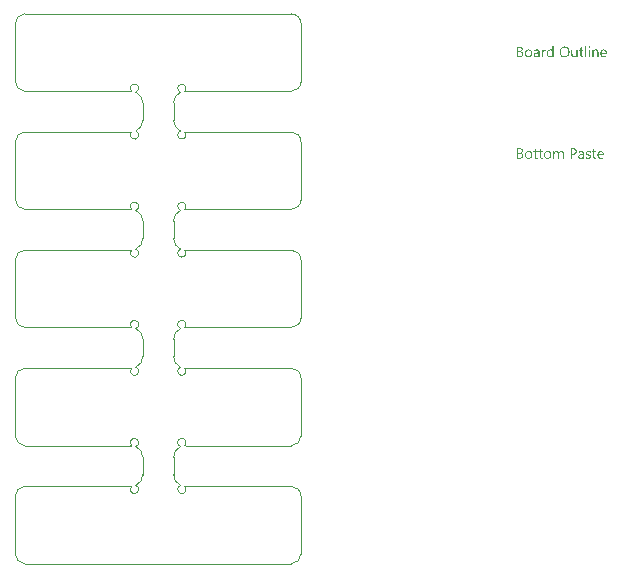
<source format=gbp>
G04*
G04 #@! TF.GenerationSoftware,Altium Limited,Altium Designer,21.3.2 (30)*
G04*
G04 Layer_Color=128*
%FSAX25Y25*%
%MOIN*%
G70*
G04*
G04 #@! TF.SameCoordinates,95C765EB-83B6-4E62-A68E-D1C90A93CB07*
G04*
G04*
G04 #@! TF.FilePolarity,Positive*
G04*
G01*
G75*
%ADD10C,0.00394*%
G36*
X0143757Y0080889D02*
X0143784Y0080883D01*
X0143812Y0080873D01*
X0143843Y0080858D01*
X0143874Y0080839D01*
X0143905Y0080815D01*
X0143908Y0080812D01*
X0143917Y0080802D01*
X0143930Y0080787D01*
X0143945Y0080765D01*
X0143957Y0080737D01*
X0143970Y0080707D01*
X0143979Y0080669D01*
X0143982Y0080629D01*
Y0080623D01*
Y0080611D01*
X0143979Y0080592D01*
X0143973Y0080564D01*
X0143964Y0080537D01*
X0143948Y0080506D01*
X0143930Y0080475D01*
X0143905Y0080444D01*
X0143902Y0080441D01*
X0143893Y0080431D01*
X0143874Y0080419D01*
X0143852Y0080407D01*
X0143825Y0080394D01*
X0143794Y0080382D01*
X0143760Y0080373D01*
X0143719Y0080370D01*
X0143701D01*
X0143682Y0080373D01*
X0143655Y0080379D01*
X0143627Y0080388D01*
X0143596Y0080401D01*
X0143565Y0080416D01*
X0143534Y0080441D01*
X0143531Y0080444D01*
X0143522Y0080453D01*
X0143509Y0080472D01*
X0143497Y0080493D01*
X0143485Y0080518D01*
X0143472Y0080552D01*
X0143463Y0080589D01*
X0143460Y0080629D01*
Y0080635D01*
Y0080648D01*
X0143463Y0080669D01*
X0143469Y0080694D01*
X0143479Y0080725D01*
X0143491Y0080756D01*
X0143509Y0080787D01*
X0143534Y0080815D01*
X0143537Y0080818D01*
X0143546Y0080827D01*
X0143565Y0080839D01*
X0143587Y0080855D01*
X0143614Y0080867D01*
X0143645Y0080879D01*
X0143679Y0080889D01*
X0143719Y0080892D01*
X0143738D01*
X0143757Y0080889D01*
D02*
G37*
G36*
X0131789Y0077224D02*
X0131387D01*
Y0077647D01*
X0131378D01*
X0131375Y0077641D01*
X0131366Y0077626D01*
X0131347Y0077604D01*
X0131325Y0077573D01*
X0131295Y0077536D01*
X0131261Y0077496D01*
X0131217Y0077453D01*
X0131165Y0077406D01*
X0131109Y0077360D01*
X0131044Y0077317D01*
X0130973Y0077277D01*
X0130896Y0077240D01*
X0130813Y0077209D01*
X0130720Y0077187D01*
X0130621Y0077171D01*
X0130516Y0077165D01*
X0130494D01*
X0130470Y0077168D01*
X0130439Y0077171D01*
X0130398Y0077175D01*
X0130352Y0077184D01*
X0130300Y0077193D01*
X0130244Y0077209D01*
X0130185Y0077224D01*
X0130123Y0077249D01*
X0130062Y0077273D01*
X0129997Y0077307D01*
X0129935Y0077345D01*
X0129873Y0077391D01*
X0129815Y0077443D01*
X0129759Y0077502D01*
X0129756Y0077505D01*
X0129746Y0077518D01*
X0129734Y0077536D01*
X0129716Y0077564D01*
X0129694Y0077598D01*
X0129669Y0077638D01*
X0129645Y0077688D01*
X0129620Y0077743D01*
X0129592Y0077805D01*
X0129567Y0077873D01*
X0129543Y0077950D01*
X0129521Y0078031D01*
X0129502Y0078117D01*
X0129490Y0078213D01*
X0129481Y0078312D01*
X0129478Y0078417D01*
Y0078420D01*
Y0078423D01*
Y0078432D01*
Y0078445D01*
X0129481Y0078475D01*
X0129484Y0078519D01*
X0129487Y0078574D01*
X0129493Y0078633D01*
X0129502Y0078701D01*
X0129518Y0078775D01*
X0129533Y0078852D01*
X0129555Y0078936D01*
X0129580Y0079016D01*
X0129611Y0079103D01*
X0129645Y0079183D01*
X0129688Y0079264D01*
X0129734Y0079341D01*
X0129790Y0079415D01*
X0129793Y0079418D01*
X0129805Y0079430D01*
X0129824Y0079449D01*
X0129849Y0079474D01*
X0129879Y0079501D01*
X0129917Y0079535D01*
X0129963Y0079569D01*
X0130012Y0079603D01*
X0130071Y0079637D01*
X0130133Y0079671D01*
X0130201Y0079705D01*
X0130275Y0079733D01*
X0130355Y0079758D01*
X0130442Y0079776D01*
X0130531Y0079789D01*
X0130627Y0079792D01*
X0130649D01*
X0130677Y0079789D01*
X0130711Y0079786D01*
X0130754Y0079779D01*
X0130803Y0079770D01*
X0130856Y0079758D01*
X0130915Y0079742D01*
X0130976Y0079721D01*
X0131038Y0079693D01*
X0131100Y0079659D01*
X0131162Y0079619D01*
X0131220Y0079572D01*
X0131279Y0079520D01*
X0131332Y0079455D01*
X0131378Y0079384D01*
X0131387D01*
Y0080938D01*
X0131789D01*
Y0077224D01*
D02*
G37*
G36*
X0146003Y0079789D02*
X0146031D01*
X0146065Y0079783D01*
X0146105Y0079776D01*
X0146148Y0079770D01*
X0146195Y0079758D01*
X0146244Y0079746D01*
X0146297Y0079727D01*
X0146349Y0079705D01*
X0146402Y0079677D01*
X0146451Y0079647D01*
X0146501Y0079613D01*
X0146547Y0079569D01*
X0146590Y0079523D01*
X0146593Y0079520D01*
X0146599Y0079511D01*
X0146612Y0079495D01*
X0146624Y0079474D01*
X0146640Y0079446D01*
X0146658Y0079412D01*
X0146680Y0079372D01*
X0146701Y0079328D01*
X0146720Y0079276D01*
X0146741Y0079220D01*
X0146760Y0079155D01*
X0146775Y0079087D01*
X0146788Y0079013D01*
X0146800Y0078933D01*
X0146806Y0078849D01*
X0146809Y0078757D01*
Y0077224D01*
X0146408D01*
Y0078655D01*
Y0078658D01*
Y0078664D01*
Y0078673D01*
Y0078689D01*
X0146405Y0078707D01*
Y0078729D01*
X0146398Y0078778D01*
X0146389Y0078840D01*
X0146377Y0078908D01*
X0146358Y0078979D01*
X0146334Y0079053D01*
X0146303Y0079128D01*
X0146266Y0079199D01*
X0146219Y0079267D01*
X0146161Y0079328D01*
X0146096Y0079378D01*
X0146059Y0079399D01*
X0146015Y0079418D01*
X0145972Y0079433D01*
X0145926Y0079443D01*
X0145876Y0079449D01*
X0145824Y0079452D01*
X0145796D01*
X0145774Y0079449D01*
X0145750Y0079446D01*
X0145719Y0079440D01*
X0145685Y0079433D01*
X0145651Y0079424D01*
X0145611Y0079412D01*
X0145570Y0079396D01*
X0145530Y0079378D01*
X0145487Y0079356D01*
X0145447Y0079328D01*
X0145404Y0079298D01*
X0145363Y0079264D01*
X0145326Y0079223D01*
X0145323Y0079220D01*
X0145317Y0079214D01*
X0145308Y0079202D01*
X0145295Y0079183D01*
X0145280Y0079162D01*
X0145264Y0079134D01*
X0145246Y0079103D01*
X0145227Y0079069D01*
X0145209Y0079029D01*
X0145190Y0078985D01*
X0145175Y0078939D01*
X0145159Y0078890D01*
X0145147Y0078834D01*
X0145138Y0078778D01*
X0145132Y0078716D01*
X0145129Y0078655D01*
Y0077224D01*
X0144727D01*
Y0079733D01*
X0145129D01*
Y0079316D01*
X0145138D01*
X0145141Y0079322D01*
X0145150Y0079338D01*
X0145169Y0079359D01*
X0145190Y0079390D01*
X0145221Y0079427D01*
X0145255Y0079467D01*
X0145299Y0079511D01*
X0145348Y0079554D01*
X0145404Y0079597D01*
X0145465Y0079640D01*
X0145533Y0079681D01*
X0145604Y0079718D01*
X0145685Y0079749D01*
X0145771Y0079770D01*
X0145864Y0079786D01*
X0145963Y0079792D01*
X0145981D01*
X0146003Y0079789D01*
D02*
G37*
G36*
X0129027Y0079773D02*
X0129060D01*
X0129098Y0079767D01*
X0129138Y0079761D01*
X0129178Y0079755D01*
X0129212Y0079742D01*
Y0079325D01*
X0129206Y0079328D01*
X0129193Y0079338D01*
X0129169Y0079350D01*
X0129135Y0079365D01*
X0129088Y0079381D01*
X0129039Y0079393D01*
X0128977Y0079403D01*
X0128906Y0079406D01*
X0128881D01*
X0128863Y0079403D01*
X0128841Y0079399D01*
X0128816Y0079393D01*
X0128758Y0079375D01*
X0128724Y0079362D01*
X0128690Y0079347D01*
X0128653Y0079325D01*
X0128616Y0079304D01*
X0128582Y0079276D01*
X0128544Y0079242D01*
X0128510Y0079205D01*
X0128477Y0079162D01*
X0128473Y0079158D01*
X0128470Y0079149D01*
X0128461Y0079137D01*
X0128449Y0079118D01*
X0128436Y0079093D01*
X0128421Y0079063D01*
X0128405Y0079029D01*
X0128390Y0078988D01*
X0128375Y0078945D01*
X0128359Y0078896D01*
X0128344Y0078840D01*
X0128331Y0078781D01*
X0128319Y0078716D01*
X0128310Y0078649D01*
X0128307Y0078578D01*
X0128304Y0078500D01*
Y0077224D01*
X0127902D01*
Y0079733D01*
X0128304D01*
Y0079214D01*
X0128313D01*
Y0079217D01*
X0128316Y0079226D01*
X0128322Y0079239D01*
X0128328Y0079257D01*
X0128338Y0079279D01*
X0128350Y0079307D01*
X0128378Y0079365D01*
X0128415Y0079433D01*
X0128461Y0079501D01*
X0128514Y0079566D01*
X0128575Y0079628D01*
X0128578Y0079631D01*
X0128585Y0079634D01*
X0128594Y0079640D01*
X0128606Y0079653D01*
X0128622Y0079662D01*
X0128643Y0079674D01*
X0128690Y0079702D01*
X0128749Y0079730D01*
X0128816Y0079755D01*
X0128891Y0079770D01*
X0128931Y0079773D01*
X0128971Y0079776D01*
X0128996D01*
X0129027Y0079773D01*
D02*
G37*
G36*
X0139789Y0077224D02*
X0139387D01*
Y0077620D01*
X0139378D01*
X0139375Y0077613D01*
X0139366Y0077601D01*
X0139350Y0077576D01*
X0139332Y0077548D01*
X0139304Y0077514D01*
X0139270Y0077477D01*
X0139233Y0077434D01*
X0139187Y0077394D01*
X0139137Y0077351D01*
X0139078Y0077311D01*
X0139016Y0077270D01*
X0138945Y0077236D01*
X0138868Y0077209D01*
X0138788Y0077184D01*
X0138698Y0077171D01*
X0138602Y0077165D01*
X0138581D01*
X0138565Y0077168D01*
X0138544D01*
X0138519Y0077171D01*
X0138491Y0077178D01*
X0138463Y0077181D01*
X0138395Y0077199D01*
X0138318Y0077221D01*
X0138238Y0077255D01*
X0138198Y0077277D01*
X0138154Y0077298D01*
X0138111Y0077326D01*
X0138071Y0077354D01*
X0138031Y0077388D01*
X0137991Y0077425D01*
X0137951Y0077468D01*
X0137913Y0077511D01*
X0137879Y0077561D01*
X0137845Y0077617D01*
X0137818Y0077675D01*
X0137790Y0077737D01*
X0137765Y0077805D01*
X0137743Y0077879D01*
X0137728Y0077960D01*
X0137716Y0078043D01*
X0137709Y0078136D01*
X0137706Y0078231D01*
Y0079733D01*
X0138105D01*
Y0078296D01*
Y0078293D01*
Y0078287D01*
Y0078278D01*
Y0078262D01*
X0138108Y0078244D01*
Y0078222D01*
X0138114Y0078173D01*
X0138124Y0078111D01*
X0138136Y0078046D01*
X0138157Y0077972D01*
X0138182Y0077901D01*
X0138213Y0077827D01*
X0138253Y0077753D01*
X0138303Y0077688D01*
X0138361Y0077626D01*
X0138433Y0077576D01*
X0138470Y0077555D01*
X0138513Y0077536D01*
X0138559Y0077521D01*
X0138606Y0077511D01*
X0138658Y0077505D01*
X0138714Y0077502D01*
X0138742D01*
X0138763Y0077505D01*
X0138788Y0077508D01*
X0138816Y0077514D01*
X0138850Y0077521D01*
X0138884Y0077530D01*
X0138921Y0077539D01*
X0138961Y0077555D01*
X0139001Y0077573D01*
X0139041Y0077595D01*
X0139081Y0077620D01*
X0139122Y0077647D01*
X0139159Y0077681D01*
X0139196Y0077719D01*
X0139199Y0077722D01*
X0139205Y0077728D01*
X0139214Y0077740D01*
X0139227Y0077759D01*
X0139239Y0077780D01*
X0139258Y0077805D01*
X0139273Y0077836D01*
X0139292Y0077870D01*
X0139310Y0077910D01*
X0139325Y0077953D01*
X0139344Y0078000D01*
X0139356Y0078049D01*
X0139369Y0078105D01*
X0139378Y0078160D01*
X0139384Y0078222D01*
X0139387Y0078287D01*
Y0079733D01*
X0139789D01*
Y0077224D01*
D02*
G37*
G36*
X0143914D02*
X0143512D01*
Y0079733D01*
X0143914D01*
Y0077224D01*
D02*
G37*
G36*
X0142700D02*
X0142298D01*
Y0080938D01*
X0142700D01*
Y0077224D01*
D02*
G37*
G36*
X0126298Y0079789D02*
X0126320D01*
X0126341Y0079786D01*
X0126369Y0079783D01*
X0126400Y0079776D01*
X0126465Y0079764D01*
X0126542Y0079742D01*
X0126620Y0079715D01*
X0126703Y0079674D01*
X0126786Y0079625D01*
X0126827Y0079597D01*
X0126867Y0079563D01*
X0126904Y0079526D01*
X0126941Y0079489D01*
X0126975Y0079446D01*
X0127006Y0079396D01*
X0127037Y0079347D01*
X0127064Y0079291D01*
X0127086Y0079229D01*
X0127108Y0079165D01*
X0127123Y0079097D01*
X0127136Y0079019D01*
X0127142Y0078942D01*
X0127145Y0078856D01*
Y0077224D01*
X0126743D01*
Y0077613D01*
X0126734D01*
X0126731Y0077607D01*
X0126721Y0077595D01*
X0126706Y0077573D01*
X0126684Y0077542D01*
X0126656Y0077508D01*
X0126622Y0077471D01*
X0126585Y0077431D01*
X0126539Y0077391D01*
X0126487Y0077348D01*
X0126431Y0077307D01*
X0126366Y0077270D01*
X0126298Y0077236D01*
X0126221Y0077205D01*
X0126140Y0077184D01*
X0126054Y0077171D01*
X0125961Y0077165D01*
X0125924D01*
X0125900Y0077168D01*
X0125869Y0077171D01*
X0125831Y0077175D01*
X0125791Y0077181D01*
X0125748Y0077190D01*
X0125652Y0077215D01*
X0125606Y0077230D01*
X0125557Y0077249D01*
X0125507Y0077270D01*
X0125461Y0077298D01*
X0125417Y0077329D01*
X0125374Y0077363D01*
X0125371Y0077366D01*
X0125365Y0077372D01*
X0125356Y0077385D01*
X0125340Y0077400D01*
X0125325Y0077419D01*
X0125309Y0077443D01*
X0125288Y0077471D01*
X0125269Y0077502D01*
X0125251Y0077539D01*
X0125232Y0077579D01*
X0125214Y0077623D01*
X0125198Y0077669D01*
X0125183Y0077719D01*
X0125173Y0077771D01*
X0125167Y0077830D01*
X0125164Y0077888D01*
Y0077891D01*
Y0077898D01*
Y0077907D01*
X0125167Y0077919D01*
Y0077935D01*
X0125170Y0077953D01*
X0125176Y0078000D01*
X0125189Y0078055D01*
X0125207Y0078117D01*
X0125232Y0078185D01*
X0125269Y0078256D01*
X0125312Y0078327D01*
X0125365Y0078398D01*
X0125399Y0078432D01*
X0125433Y0078466D01*
X0125473Y0078500D01*
X0125513Y0078531D01*
X0125560Y0078562D01*
X0125609Y0078590D01*
X0125662Y0078615D01*
X0125720Y0078639D01*
X0125782Y0078661D01*
X0125847Y0078680D01*
X0125918Y0078695D01*
X0125992Y0078707D01*
X0126743Y0078812D01*
Y0078815D01*
Y0078819D01*
Y0078828D01*
Y0078840D01*
X0126740Y0078871D01*
X0126734Y0078911D01*
X0126728Y0078961D01*
X0126715Y0079016D01*
X0126700Y0079072D01*
X0126678Y0079134D01*
X0126650Y0079192D01*
X0126616Y0079251D01*
X0126576Y0079304D01*
X0126527Y0079353D01*
X0126465Y0079393D01*
X0126397Y0079424D01*
X0126360Y0079436D01*
X0126317Y0079446D01*
X0126273Y0079449D01*
X0126227Y0079452D01*
X0126205D01*
X0126184Y0079449D01*
X0126150Y0079446D01*
X0126110Y0079443D01*
X0126063Y0079436D01*
X0126011Y0079427D01*
X0125955Y0079415D01*
X0125893Y0079396D01*
X0125828Y0079378D01*
X0125760Y0079353D01*
X0125689Y0079322D01*
X0125618Y0079285D01*
X0125547Y0079245D01*
X0125476Y0079199D01*
X0125408Y0079143D01*
Y0079554D01*
X0125411Y0079557D01*
X0125424Y0079563D01*
X0125445Y0079576D01*
X0125473Y0079591D01*
X0125510Y0079610D01*
X0125550Y0079628D01*
X0125600Y0079650D01*
X0125655Y0079674D01*
X0125714Y0079696D01*
X0125779Y0079718D01*
X0125850Y0079736D01*
X0125924Y0079755D01*
X0126005Y0079770D01*
X0126085Y0079783D01*
X0126171Y0079789D01*
X0126261Y0079792D01*
X0126283D01*
X0126298Y0079789D01*
D02*
G37*
G36*
X0120662Y0080734D02*
X0120699Y0080731D01*
X0120742Y0080725D01*
X0120792Y0080719D01*
X0120847Y0080710D01*
X0120903Y0080697D01*
X0120962Y0080682D01*
X0121023Y0080663D01*
X0121082Y0080642D01*
X0121144Y0080617D01*
X0121200Y0080586D01*
X0121255Y0080552D01*
X0121308Y0080512D01*
X0121311Y0080509D01*
X0121320Y0080503D01*
X0121333Y0080490D01*
X0121348Y0080472D01*
X0121370Y0080450D01*
X0121391Y0080422D01*
X0121416Y0080391D01*
X0121441Y0080357D01*
X0121465Y0080317D01*
X0121490Y0080274D01*
X0121512Y0080225D01*
X0121533Y0080175D01*
X0121549Y0080119D01*
X0121561Y0080061D01*
X0121570Y0079999D01*
X0121573Y0079934D01*
Y0079931D01*
Y0079922D01*
Y0079906D01*
X0121570Y0079885D01*
X0121567Y0079857D01*
X0121564Y0079829D01*
X0121561Y0079795D01*
X0121555Y0079758D01*
X0121533Y0079674D01*
X0121505Y0079588D01*
X0121487Y0079542D01*
X0121465Y0079498D01*
X0121441Y0079455D01*
X0121413Y0079412D01*
X0121410Y0079409D01*
X0121407Y0079403D01*
X0121397Y0079390D01*
X0121382Y0079375D01*
X0121367Y0079359D01*
X0121348Y0079338D01*
X0121323Y0079316D01*
X0121299Y0079291D01*
X0121268Y0079267D01*
X0121234Y0079239D01*
X0121196Y0079214D01*
X0121156Y0079186D01*
X0121113Y0079162D01*
X0121070Y0079140D01*
X0120968Y0079100D01*
Y0079090D01*
X0120971D01*
X0120983Y0079087D01*
X0121002Y0079084D01*
X0121027Y0079081D01*
X0121057Y0079075D01*
X0121091Y0079066D01*
X0121132Y0079053D01*
X0121172Y0079041D01*
X0121261Y0079007D01*
X0121311Y0078985D01*
X0121357Y0078958D01*
X0121404Y0078930D01*
X0121450Y0078899D01*
X0121496Y0078862D01*
X0121536Y0078822D01*
X0121539Y0078819D01*
X0121546Y0078812D01*
X0121555Y0078800D01*
X0121570Y0078781D01*
X0121586Y0078757D01*
X0121604Y0078732D01*
X0121623Y0078698D01*
X0121645Y0078664D01*
X0121663Y0078624D01*
X0121682Y0078578D01*
X0121700Y0078531D01*
X0121716Y0078479D01*
X0121731Y0078420D01*
X0121740Y0078361D01*
X0121747Y0078299D01*
X0121750Y0078231D01*
Y0078225D01*
Y0078213D01*
X0121747Y0078188D01*
X0121743Y0078157D01*
X0121740Y0078117D01*
X0121731Y0078074D01*
X0121722Y0078024D01*
X0121709Y0077972D01*
X0121691Y0077913D01*
X0121669Y0077854D01*
X0121645Y0077796D01*
X0121614Y0077734D01*
X0121577Y0077672D01*
X0121533Y0077613D01*
X0121484Y0077558D01*
X0121425Y0077502D01*
X0121422Y0077499D01*
X0121410Y0077490D01*
X0121391Y0077477D01*
X0121367Y0077459D01*
X0121335Y0077437D01*
X0121295Y0077416D01*
X0121252Y0077388D01*
X0121203Y0077363D01*
X0121144Y0077338D01*
X0121082Y0077314D01*
X0121017Y0077289D01*
X0120943Y0077267D01*
X0120866Y0077249D01*
X0120785Y0077236D01*
X0120699Y0077227D01*
X0120609Y0077224D01*
X0119587D01*
Y0080737D01*
X0120628D01*
X0120662Y0080734D01*
D02*
G37*
G36*
X0141130Y0079733D02*
X0141763D01*
Y0079387D01*
X0141130D01*
Y0077975D01*
Y0077972D01*
Y0077963D01*
Y0077950D01*
Y0077935D01*
X0141133Y0077913D01*
X0141136Y0077888D01*
X0141142Y0077836D01*
X0141152Y0077774D01*
X0141167Y0077715D01*
X0141189Y0077660D01*
X0141201Y0077635D01*
X0141217Y0077613D01*
X0141220Y0077610D01*
X0141232Y0077598D01*
X0141254Y0077579D01*
X0141285Y0077561D01*
X0141325Y0077539D01*
X0141374Y0077524D01*
X0141433Y0077511D01*
X0141501Y0077505D01*
X0141526D01*
X0141553Y0077508D01*
X0141590Y0077514D01*
X0141631Y0077527D01*
X0141677Y0077539D01*
X0141720Y0077561D01*
X0141763Y0077589D01*
Y0077246D01*
X0141760D01*
X0141757Y0077243D01*
X0141748Y0077240D01*
X0141739Y0077233D01*
X0141705Y0077221D01*
X0141665Y0077209D01*
X0141609Y0077196D01*
X0141544Y0077184D01*
X0141470Y0077175D01*
X0141387Y0077171D01*
X0141359D01*
X0141325Y0077178D01*
X0141285Y0077184D01*
X0141235Y0077193D01*
X0141180Y0077212D01*
X0141118Y0077233D01*
X0141059Y0077264D01*
X0140997Y0077301D01*
X0140935Y0077351D01*
X0140880Y0077409D01*
X0140855Y0077443D01*
X0140830Y0077481D01*
X0140809Y0077521D01*
X0140790Y0077564D01*
X0140772Y0077610D01*
X0140756Y0077663D01*
X0140744Y0077715D01*
X0140735Y0077774D01*
X0140732Y0077836D01*
X0140728Y0077904D01*
Y0079387D01*
X0140299D01*
Y0079733D01*
X0140728D01*
Y0080345D01*
X0141130Y0080475D01*
Y0079733D01*
D02*
G37*
G36*
X0148599Y0079789D02*
X0148633Y0079786D01*
X0148676Y0079783D01*
X0148722Y0079776D01*
X0148775Y0079764D01*
X0148830Y0079752D01*
X0148892Y0079736D01*
X0148954Y0079715D01*
X0149016Y0079687D01*
X0149081Y0079656D01*
X0149143Y0079619D01*
X0149201Y0079576D01*
X0149260Y0079526D01*
X0149312Y0079470D01*
X0149316Y0079467D01*
X0149325Y0079455D01*
X0149337Y0079436D01*
X0149356Y0079412D01*
X0149374Y0079381D01*
X0149399Y0079341D01*
X0149424Y0079294D01*
X0149448Y0079242D01*
X0149473Y0079180D01*
X0149498Y0079115D01*
X0149522Y0079041D01*
X0149541Y0078964D01*
X0149560Y0078877D01*
X0149572Y0078788D01*
X0149581Y0078689D01*
X0149584Y0078587D01*
Y0078377D01*
X0147811D01*
Y0078370D01*
Y0078358D01*
X0147814Y0078337D01*
X0147817Y0078309D01*
X0147820Y0078272D01*
X0147826Y0078231D01*
X0147832Y0078188D01*
X0147845Y0078139D01*
X0147872Y0078034D01*
X0147891Y0077981D01*
X0147913Y0077925D01*
X0147937Y0077873D01*
X0147965Y0077820D01*
X0147999Y0077774D01*
X0148036Y0077728D01*
X0148039Y0077725D01*
X0148046Y0077719D01*
X0148058Y0077706D01*
X0148076Y0077694D01*
X0148098Y0077675D01*
X0148126Y0077657D01*
X0148157Y0077635D01*
X0148191Y0077617D01*
X0148231Y0077595D01*
X0148277Y0077573D01*
X0148324Y0077555D01*
X0148379Y0077536D01*
X0148435Y0077524D01*
X0148497Y0077511D01*
X0148562Y0077505D01*
X0148629Y0077502D01*
X0148648D01*
X0148670Y0077505D01*
X0148701D01*
X0148738Y0077511D01*
X0148781Y0077518D01*
X0148830Y0077527D01*
X0148886Y0077536D01*
X0148945Y0077552D01*
X0149006Y0077570D01*
X0149071Y0077592D01*
X0149136Y0077620D01*
X0149204Y0077650D01*
X0149272Y0077688D01*
X0149340Y0077731D01*
X0149408Y0077780D01*
Y0077403D01*
X0149405Y0077400D01*
X0149393Y0077394D01*
X0149374Y0077382D01*
X0149349Y0077366D01*
X0149316Y0077348D01*
X0149275Y0077329D01*
X0149229Y0077307D01*
X0149176Y0077286D01*
X0149115Y0077261D01*
X0149050Y0077240D01*
X0148979Y0077221D01*
X0148901Y0077202D01*
X0148818Y0077187D01*
X0148728Y0077175D01*
X0148633Y0077168D01*
X0148534Y0077165D01*
X0148509D01*
X0148484Y0077168D01*
X0148447Y0077171D01*
X0148401Y0077175D01*
X0148348Y0077184D01*
X0148293Y0077193D01*
X0148231Y0077209D01*
X0148166Y0077227D01*
X0148098Y0077249D01*
X0148027Y0077277D01*
X0147959Y0077307D01*
X0147888Y0077348D01*
X0147823Y0077394D01*
X0147758Y0077447D01*
X0147699Y0077505D01*
X0147696Y0077508D01*
X0147687Y0077521D01*
X0147672Y0077542D01*
X0147653Y0077570D01*
X0147628Y0077604D01*
X0147604Y0077647D01*
X0147576Y0077697D01*
X0147548Y0077756D01*
X0147520Y0077817D01*
X0147492Y0077891D01*
X0147468Y0077969D01*
X0147443Y0078055D01*
X0147424Y0078148D01*
X0147409Y0078247D01*
X0147400Y0078355D01*
X0147397Y0078466D01*
Y0078469D01*
Y0078472D01*
Y0078482D01*
Y0078491D01*
X0147400Y0078522D01*
X0147403Y0078565D01*
X0147406Y0078615D01*
X0147415Y0078670D01*
X0147424Y0078735D01*
X0147437Y0078806D01*
X0147455Y0078880D01*
X0147477Y0078958D01*
X0147505Y0079038D01*
X0147536Y0079118D01*
X0147573Y0079195D01*
X0147619Y0079276D01*
X0147669Y0079350D01*
X0147727Y0079421D01*
X0147730Y0079424D01*
X0147743Y0079436D01*
X0147761Y0079455D01*
X0147786Y0079480D01*
X0147820Y0079508D01*
X0147860Y0079539D01*
X0147903Y0079572D01*
X0147956Y0079606D01*
X0148012Y0079640D01*
X0148076Y0079674D01*
X0148144Y0079705D01*
X0148215Y0079733D01*
X0148293Y0079758D01*
X0148376Y0079776D01*
X0148463Y0079789D01*
X0148552Y0079792D01*
X0148574D01*
X0148599Y0079789D01*
D02*
G37*
G36*
X0135556Y0080793D02*
X0135577D01*
X0135599Y0080790D01*
X0135627D01*
X0135689Y0080781D01*
X0135760Y0080771D01*
X0135840Y0080756D01*
X0135926Y0080734D01*
X0136016Y0080710D01*
X0136112Y0080676D01*
X0136208Y0080635D01*
X0136307Y0080589D01*
X0136406Y0080533D01*
X0136498Y0080469D01*
X0136591Y0080391D01*
X0136677Y0080305D01*
X0136684Y0080299D01*
X0136696Y0080283D01*
X0136718Y0080255D01*
X0136749Y0080215D01*
X0136779Y0080166D01*
X0136820Y0080107D01*
X0136860Y0080039D01*
X0136900Y0079962D01*
X0136940Y0079872D01*
X0136980Y0079776D01*
X0137020Y0079671D01*
X0137054Y0079557D01*
X0137082Y0079433D01*
X0137104Y0079304D01*
X0137116Y0079168D01*
X0137122Y0079023D01*
Y0079019D01*
Y0079013D01*
Y0079001D01*
Y0078985D01*
X0137119Y0078964D01*
Y0078939D01*
X0137116Y0078911D01*
Y0078880D01*
X0137113Y0078846D01*
X0137110Y0078809D01*
X0137098Y0078726D01*
X0137085Y0078630D01*
X0137067Y0078531D01*
X0137042Y0078423D01*
X0137011Y0078312D01*
X0136974Y0078201D01*
X0136931Y0078086D01*
X0136878Y0077975D01*
X0136817Y0077864D01*
X0136745Y0077762D01*
X0136665Y0077663D01*
X0136659Y0077657D01*
X0136643Y0077641D01*
X0136619Y0077617D01*
X0136582Y0077586D01*
X0136535Y0077548D01*
X0136480Y0077505D01*
X0136418Y0077462D01*
X0136344Y0077416D01*
X0136260Y0077369D01*
X0136168Y0077323D01*
X0136069Y0077280D01*
X0135960Y0077243D01*
X0135843Y0077212D01*
X0135720Y0077187D01*
X0135587Y0077171D01*
X0135448Y0077165D01*
X0135414D01*
X0135398Y0077168D01*
X0135377D01*
X0135352Y0077171D01*
X0135324Y0077175D01*
X0135259Y0077181D01*
X0135188Y0077190D01*
X0135105Y0077205D01*
X0135018Y0077227D01*
X0134922Y0077252D01*
X0134827Y0077286D01*
X0134728Y0077326D01*
X0134626Y0077372D01*
X0134527Y0077428D01*
X0134431Y0077496D01*
X0134335Y0077570D01*
X0134249Y0077657D01*
X0134242Y0077663D01*
X0134230Y0077678D01*
X0134209Y0077706D01*
X0134178Y0077746D01*
X0134144Y0077796D01*
X0134107Y0077854D01*
X0134066Y0077922D01*
X0134026Y0078003D01*
X0133983Y0078089D01*
X0133943Y0078185D01*
X0133906Y0078290D01*
X0133872Y0078404D01*
X0133841Y0078528D01*
X0133819Y0078658D01*
X0133807Y0078794D01*
X0133801Y0078939D01*
Y0078942D01*
Y0078948D01*
Y0078961D01*
Y0078976D01*
X0133804Y0078998D01*
Y0079019D01*
X0133807Y0079047D01*
Y0079078D01*
X0133810Y0079112D01*
X0133816Y0079152D01*
X0133825Y0079233D01*
X0133838Y0079325D01*
X0133859Y0079424D01*
X0133881Y0079532D01*
X0133912Y0079640D01*
X0133949Y0079752D01*
X0133992Y0079866D01*
X0134045Y0079977D01*
X0134107Y0080085D01*
X0134178Y0080190D01*
X0134258Y0080289D01*
X0134264Y0080295D01*
X0134280Y0080311D01*
X0134304Y0080336D01*
X0134341Y0080370D01*
X0134388Y0080407D01*
X0134446Y0080450D01*
X0134511Y0080496D01*
X0134585Y0080543D01*
X0134672Y0080589D01*
X0134765Y0080635D01*
X0134867Y0080679D01*
X0134978Y0080716D01*
X0135098Y0080750D01*
X0135225Y0080774D01*
X0135361Y0080790D01*
X0135506Y0080796D01*
X0135537D01*
X0135556Y0080793D01*
D02*
G37*
G36*
X0123570Y0079789D02*
X0123610Y0079786D01*
X0123656Y0079783D01*
X0123712Y0079773D01*
X0123770Y0079764D01*
X0123835Y0079749D01*
X0123906Y0079730D01*
X0123977Y0079708D01*
X0124049Y0079681D01*
X0124123Y0079647D01*
X0124194Y0079606D01*
X0124265Y0079560D01*
X0124330Y0079508D01*
X0124392Y0079446D01*
X0124395Y0079443D01*
X0124404Y0079430D01*
X0124419Y0079409D01*
X0124441Y0079381D01*
X0124466Y0079347D01*
X0124490Y0079304D01*
X0124521Y0079254D01*
X0124549Y0079195D01*
X0124580Y0079131D01*
X0124608Y0079059D01*
X0124633Y0078982D01*
X0124657Y0078896D01*
X0124679Y0078803D01*
X0124694Y0078704D01*
X0124704Y0078599D01*
X0124707Y0078488D01*
Y0078485D01*
Y0078482D01*
Y0078472D01*
Y0078460D01*
X0124704Y0078429D01*
X0124701Y0078389D01*
X0124697Y0078337D01*
X0124688Y0078278D01*
X0124679Y0078213D01*
X0124663Y0078142D01*
X0124645Y0078068D01*
X0124623Y0077987D01*
X0124595Y0077907D01*
X0124565Y0077827D01*
X0124524Y0077746D01*
X0124478Y0077669D01*
X0124425Y0077595D01*
X0124367Y0077524D01*
X0124364Y0077521D01*
X0124351Y0077508D01*
X0124333Y0077490D01*
X0124305Y0077468D01*
X0124271Y0077440D01*
X0124231Y0077409D01*
X0124181Y0077379D01*
X0124126Y0077345D01*
X0124064Y0077311D01*
X0123996Y0077280D01*
X0123922Y0077249D01*
X0123842Y0077221D01*
X0123752Y0077199D01*
X0123659Y0077181D01*
X0123563Y0077168D01*
X0123458Y0077165D01*
X0123434D01*
X0123406Y0077168D01*
X0123366Y0077171D01*
X0123319Y0077175D01*
X0123264Y0077184D01*
X0123205Y0077193D01*
X0123140Y0077209D01*
X0123069Y0077227D01*
X0122998Y0077252D01*
X0122924Y0077280D01*
X0122850Y0077314D01*
X0122775Y0077354D01*
X0122701Y0077400D01*
X0122633Y0077453D01*
X0122569Y0077514D01*
X0122565Y0077518D01*
X0122553Y0077530D01*
X0122538Y0077552D01*
X0122516Y0077579D01*
X0122491Y0077613D01*
X0122463Y0077657D01*
X0122436Y0077706D01*
X0122405Y0077765D01*
X0122374Y0077827D01*
X0122343Y0077898D01*
X0122315Y0077975D01*
X0122290Y0078058D01*
X0122269Y0078145D01*
X0122253Y0078241D01*
X0122241Y0078343D01*
X0122238Y0078448D01*
Y0078451D01*
Y0078454D01*
Y0078463D01*
Y0078475D01*
X0122241Y0078509D01*
X0122244Y0078553D01*
X0122247Y0078605D01*
X0122256Y0078667D01*
X0122266Y0078735D01*
X0122281Y0078809D01*
X0122300Y0078886D01*
X0122321Y0078967D01*
X0122349Y0079050D01*
X0122383Y0079134D01*
X0122423Y0079214D01*
X0122467Y0079291D01*
X0122519Y0079365D01*
X0122581Y0079436D01*
X0122584Y0079440D01*
X0122596Y0079452D01*
X0122618Y0079470D01*
X0122646Y0079492D01*
X0122680Y0079520D01*
X0122723Y0079548D01*
X0122772Y0079582D01*
X0122828Y0079616D01*
X0122890Y0079647D01*
X0122961Y0079681D01*
X0123038Y0079708D01*
X0123122Y0079736D01*
X0123211Y0079758D01*
X0123307Y0079776D01*
X0123409Y0079789D01*
X0123517Y0079792D01*
X0123542D01*
X0123570Y0079789D01*
D02*
G37*
G36*
X0143621Y0045930D02*
X0143648D01*
X0143682Y0045927D01*
X0143719Y0045924D01*
X0143760Y0045918D01*
X0143852Y0045906D01*
X0143948Y0045884D01*
X0144050Y0045856D01*
X0144149Y0045819D01*
Y0045411D01*
X0144146Y0045415D01*
X0144137Y0045421D01*
X0144121Y0045427D01*
X0144100Y0045439D01*
X0144075Y0045455D01*
X0144044Y0045470D01*
X0144007Y0045485D01*
X0143967Y0045504D01*
X0143920Y0045520D01*
X0143874Y0045535D01*
X0143822Y0045550D01*
X0143766Y0045566D01*
X0143704Y0045578D01*
X0143642Y0045584D01*
X0143580Y0045591D01*
X0143512Y0045594D01*
X0143472D01*
X0143445Y0045591D01*
X0143414Y0045588D01*
X0143380Y0045581D01*
X0143308Y0045566D01*
X0143305D01*
X0143293Y0045563D01*
X0143278Y0045557D01*
X0143256Y0045547D01*
X0143207Y0045526D01*
X0143154Y0045495D01*
X0143151Y0045492D01*
X0143145Y0045485D01*
X0143132Y0045476D01*
X0143117Y0045464D01*
X0143083Y0045430D01*
X0143052Y0045384D01*
Y0045380D01*
X0143046Y0045371D01*
X0143043Y0045359D01*
X0143037Y0045340D01*
X0143030Y0045322D01*
X0143024Y0045297D01*
X0143021Y0045269D01*
X0143018Y0045241D01*
Y0045238D01*
Y0045226D01*
X0143021Y0045207D01*
Y0045183D01*
X0143027Y0045158D01*
X0143034Y0045130D01*
X0143040Y0045102D01*
X0143052Y0045075D01*
X0143055Y0045072D01*
X0143058Y0045062D01*
X0143068Y0045050D01*
X0143080Y0045034D01*
X0143095Y0045019D01*
X0143111Y0044997D01*
X0143157Y0044957D01*
X0143160Y0044954D01*
X0143169Y0044948D01*
X0143185Y0044939D01*
X0143203Y0044926D01*
X0143228Y0044914D01*
X0143256Y0044898D01*
X0143290Y0044880D01*
X0143324Y0044864D01*
X0143327Y0044861D01*
X0143342Y0044858D01*
X0143361Y0044849D01*
X0143389Y0044840D01*
X0143423Y0044824D01*
X0143460Y0044809D01*
X0143500Y0044793D01*
X0143546Y0044775D01*
X0143550D01*
X0143553Y0044772D01*
X0143562Y0044769D01*
X0143574Y0044766D01*
X0143605Y0044753D01*
X0143645Y0044735D01*
X0143692Y0044716D01*
X0143744Y0044695D01*
X0143797Y0044670D01*
X0143846Y0044645D01*
X0143849D01*
X0143852Y0044642D01*
X0143868Y0044633D01*
X0143893Y0044620D01*
X0143923Y0044602D01*
X0143960Y0044577D01*
X0143998Y0044552D01*
X0144035Y0044521D01*
X0144072Y0044491D01*
X0144075Y0044488D01*
X0144087Y0044475D01*
X0144103Y0044460D01*
X0144124Y0044435D01*
X0144146Y0044407D01*
X0144171Y0044373D01*
X0144192Y0044336D01*
X0144214Y0044296D01*
X0144217Y0044290D01*
X0144223Y0044277D01*
X0144229Y0044253D01*
X0144239Y0044222D01*
X0144248Y0044185D01*
X0144257Y0044141D01*
X0144260Y0044092D01*
X0144263Y0044036D01*
Y0044033D01*
Y0044027D01*
Y0044018D01*
Y0044005D01*
X0144260Y0043971D01*
X0144254Y0043925D01*
X0144242Y0043876D01*
X0144229Y0043820D01*
X0144208Y0043764D01*
X0144180Y0043712D01*
X0144177Y0043706D01*
X0144165Y0043690D01*
X0144146Y0043666D01*
X0144121Y0043632D01*
X0144090Y0043598D01*
X0144053Y0043557D01*
X0144010Y0043520D01*
X0143960Y0043483D01*
X0143954Y0043480D01*
X0143936Y0043468D01*
X0143908Y0043452D01*
X0143871Y0043434D01*
X0143825Y0043412D01*
X0143769Y0043391D01*
X0143710Y0043369D01*
X0143645Y0043350D01*
X0143642D01*
X0143636Y0043347D01*
X0143627D01*
X0143614Y0043344D01*
X0143599Y0043341D01*
X0143580Y0043338D01*
X0143534Y0043329D01*
X0143475Y0043319D01*
X0143414Y0043313D01*
X0143346Y0043310D01*
X0143272Y0043307D01*
X0143234D01*
X0143207Y0043310D01*
X0143173D01*
X0143135Y0043316D01*
X0143089Y0043319D01*
X0143043Y0043326D01*
X0142990Y0043335D01*
X0142938Y0043344D01*
X0142826Y0043369D01*
X0142712Y0043406D01*
X0142657Y0043431D01*
X0142601Y0043455D01*
Y0043885D01*
X0142604Y0043882D01*
X0142616Y0043876D01*
X0142635Y0043863D01*
X0142660Y0043848D01*
X0142691Y0043829D01*
X0142725Y0043808D01*
X0142768Y0043786D01*
X0142814Y0043764D01*
X0142867Y0043743D01*
X0142922Y0043721D01*
X0142981Y0043699D01*
X0143043Y0043681D01*
X0143111Y0043666D01*
X0143179Y0043653D01*
X0143250Y0043647D01*
X0143324Y0043644D01*
X0143346D01*
X0143373Y0043647D01*
X0143407Y0043650D01*
X0143448Y0043656D01*
X0143491Y0043662D01*
X0143540Y0043675D01*
X0143590Y0043687D01*
X0143636Y0043706D01*
X0143685Y0043730D01*
X0143729Y0043758D01*
X0143769Y0043792D01*
X0143803Y0043832D01*
X0143831Y0043879D01*
X0143846Y0043934D01*
X0143852Y0043965D01*
Y0043996D01*
Y0043999D01*
Y0044015D01*
X0143849Y0044033D01*
X0143846Y0044055D01*
X0143840Y0044083D01*
X0143834Y0044111D01*
X0143822Y0044138D01*
X0143806Y0044166D01*
X0143803Y0044169D01*
X0143797Y0044179D01*
X0143788Y0044191D01*
X0143775Y0044209D01*
X0143757Y0044228D01*
X0143738Y0044249D01*
X0143713Y0044268D01*
X0143685Y0044290D01*
X0143682Y0044293D01*
X0143673Y0044299D01*
X0143655Y0044308D01*
X0143633Y0044324D01*
X0143608Y0044339D01*
X0143577Y0044355D01*
X0143540Y0044370D01*
X0143503Y0044385D01*
X0143497Y0044389D01*
X0143485Y0044392D01*
X0143463Y0044401D01*
X0143435Y0044413D01*
X0143404Y0044429D01*
X0143364Y0044444D01*
X0143324Y0044460D01*
X0143281Y0044478D01*
X0143278D01*
X0143274Y0044481D01*
X0143265Y0044484D01*
X0143253Y0044491D01*
X0143222Y0044503D01*
X0143182Y0044518D01*
X0143135Y0044540D01*
X0143086Y0044562D01*
X0143037Y0044586D01*
X0142987Y0044611D01*
X0142981Y0044614D01*
X0142966Y0044623D01*
X0142944Y0044636D01*
X0142913Y0044654D01*
X0142879Y0044679D01*
X0142845Y0044704D01*
X0142808Y0044732D01*
X0142774Y0044763D01*
X0142771Y0044766D01*
X0142762Y0044778D01*
X0142746Y0044793D01*
X0142728Y0044818D01*
X0142706Y0044846D01*
X0142684Y0044880D01*
X0142666Y0044914D01*
X0142647Y0044954D01*
X0142644Y0044960D01*
X0142641Y0044973D01*
X0142635Y0044997D01*
X0142629Y0045025D01*
X0142620Y0045062D01*
X0142613Y0045105D01*
X0142610Y0045155D01*
X0142607Y0045207D01*
Y0045210D01*
Y0045217D01*
Y0045226D01*
Y0045238D01*
X0142610Y0045269D01*
X0142616Y0045312D01*
X0142626Y0045362D01*
X0142641Y0045415D01*
X0142660Y0045467D01*
X0142687Y0045520D01*
Y0045523D01*
X0142691Y0045526D01*
X0142703Y0045541D01*
X0142721Y0045566D01*
X0142743Y0045600D01*
X0142774Y0045634D01*
X0142811Y0045671D01*
X0142854Y0045711D01*
X0142901Y0045745D01*
X0142904D01*
X0142907Y0045748D01*
X0142925Y0045761D01*
X0142953Y0045776D01*
X0142990Y0045798D01*
X0143037Y0045819D01*
X0143089Y0045844D01*
X0143148Y0045866D01*
X0143210Y0045884D01*
X0143213D01*
X0143219Y0045887D01*
X0143228Y0045890D01*
X0143241Y0045893D01*
X0143256Y0045897D01*
X0143274Y0045900D01*
X0143318Y0045909D01*
X0143373Y0045918D01*
X0143432Y0045927D01*
X0143497Y0045930D01*
X0143565Y0045934D01*
X0143596D01*
X0143621Y0045930D01*
D02*
G37*
G36*
X0134462D02*
X0134480D01*
X0134502Y0045927D01*
X0134555Y0045918D01*
X0134616Y0045903D01*
X0134687Y0045881D01*
X0134762Y0045847D01*
X0134839Y0045807D01*
X0134879Y0045779D01*
X0134916Y0045751D01*
X0134953Y0045720D01*
X0134990Y0045683D01*
X0135027Y0045643D01*
X0135061Y0045600D01*
X0135092Y0045553D01*
X0135123Y0045501D01*
X0135151Y0045445D01*
X0135176Y0045384D01*
X0135197Y0045319D01*
X0135219Y0045248D01*
X0135231Y0045173D01*
X0135244Y0045090D01*
X0135250Y0045004D01*
X0135253Y0044911D01*
Y0043366D01*
X0134851D01*
Y0044806D01*
Y0044812D01*
Y0044824D01*
Y0044846D01*
X0134848Y0044874D01*
Y0044908D01*
X0134845Y0044948D01*
X0134842Y0044991D01*
X0134836Y0045037D01*
X0134820Y0045136D01*
X0134796Y0045235D01*
X0134783Y0045285D01*
X0134765Y0045328D01*
X0134743Y0045371D01*
X0134721Y0045408D01*
Y0045411D01*
X0134715Y0045418D01*
X0134709Y0045427D01*
X0134697Y0045436D01*
X0134684Y0045452D01*
X0134666Y0045467D01*
X0134644Y0045483D01*
X0134619Y0045501D01*
X0134592Y0045520D01*
X0134561Y0045535D01*
X0134524Y0045550D01*
X0134487Y0045566D01*
X0134443Y0045575D01*
X0134394Y0045584D01*
X0134344Y0045591D01*
X0134289Y0045594D01*
X0134264D01*
X0134246Y0045591D01*
X0134224Y0045588D01*
X0134199Y0045581D01*
X0134137Y0045566D01*
X0134103Y0045553D01*
X0134069Y0045535D01*
X0134032Y0045516D01*
X0133998Y0045495D01*
X0133961Y0045467D01*
X0133924Y0045436D01*
X0133887Y0045399D01*
X0133853Y0045359D01*
X0133850Y0045356D01*
X0133847Y0045350D01*
X0133838Y0045334D01*
X0133825Y0045319D01*
X0133813Y0045294D01*
X0133798Y0045266D01*
X0133779Y0045235D01*
X0133764Y0045201D01*
X0133748Y0045161D01*
X0133730Y0045118D01*
X0133714Y0045072D01*
X0133702Y0045022D01*
X0133689Y0044969D01*
X0133683Y0044914D01*
X0133677Y0044858D01*
X0133674Y0044796D01*
Y0043366D01*
X0133272D01*
Y0044855D01*
Y0044858D01*
Y0044864D01*
Y0044874D01*
Y0044886D01*
X0133269Y0044905D01*
Y0044923D01*
X0133263Y0044969D01*
X0133254Y0045025D01*
X0133241Y0045090D01*
X0133226Y0045155D01*
X0133201Y0045226D01*
X0133170Y0045294D01*
X0133133Y0045359D01*
X0133087Y0045424D01*
X0133031Y0045479D01*
X0132966Y0045526D01*
X0132929Y0045544D01*
X0132889Y0045563D01*
X0132846Y0045575D01*
X0132802Y0045584D01*
X0132753Y0045591D01*
X0132701Y0045594D01*
X0132676D01*
X0132657Y0045591D01*
X0132633Y0045588D01*
X0132608Y0045581D01*
X0132546Y0045566D01*
X0132512Y0045553D01*
X0132478Y0045538D01*
X0132441Y0045523D01*
X0132404Y0045501D01*
X0132367Y0045473D01*
X0132330Y0045445D01*
X0132296Y0045411D01*
X0132262Y0045371D01*
X0132259Y0045368D01*
X0132256Y0045362D01*
X0132246Y0045350D01*
X0132234Y0045331D01*
X0132222Y0045309D01*
X0132209Y0045285D01*
X0132194Y0045254D01*
X0132178Y0045217D01*
X0132160Y0045177D01*
X0132144Y0045133D01*
X0132132Y0045087D01*
X0132120Y0045037D01*
X0132107Y0044982D01*
X0132098Y0044923D01*
X0132095Y0044861D01*
X0132092Y0044796D01*
Y0043366D01*
X0131690D01*
Y0045875D01*
X0132092D01*
Y0045476D01*
X0132101D01*
X0132104Y0045483D01*
X0132114Y0045495D01*
X0132129Y0045520D01*
X0132150Y0045547D01*
X0132178Y0045581D01*
X0132212Y0045621D01*
X0132253Y0045662D01*
X0132299Y0045705D01*
X0132351Y0045748D01*
X0132410Y0045788D01*
X0132475Y0045829D01*
X0132543Y0045862D01*
X0132620Y0045890D01*
X0132704Y0045915D01*
X0132790Y0045927D01*
X0132883Y0045934D01*
X0132908D01*
X0132926Y0045930D01*
X0132948D01*
X0132976Y0045927D01*
X0133003Y0045921D01*
X0133034Y0045915D01*
X0133105Y0045900D01*
X0133179Y0045872D01*
X0133254Y0045838D01*
X0133291Y0045813D01*
X0133328Y0045788D01*
X0133331Y0045785D01*
X0133337Y0045782D01*
X0133346Y0045773D01*
X0133359Y0045764D01*
X0133393Y0045730D01*
X0133433Y0045689D01*
X0133476Y0045634D01*
X0133519Y0045569D01*
X0133560Y0045495D01*
X0133590Y0045411D01*
X0133594Y0045418D01*
X0133603Y0045433D01*
X0133621Y0045461D01*
X0133643Y0045492D01*
X0133674Y0045532D01*
X0133708Y0045578D01*
X0133751Y0045625D01*
X0133801Y0045674D01*
X0133856Y0045720D01*
X0133918Y0045770D01*
X0133986Y0045813D01*
X0134060Y0045853D01*
X0134144Y0045884D01*
X0134230Y0045912D01*
X0134326Y0045927D01*
X0134425Y0045934D01*
X0134446D01*
X0134462Y0045930D01*
D02*
G37*
G36*
X0141149D02*
X0141170D01*
X0141192Y0045927D01*
X0141220Y0045924D01*
X0141251Y0045918D01*
X0141315Y0045906D01*
X0141393Y0045884D01*
X0141470Y0045856D01*
X0141553Y0045816D01*
X0141637Y0045767D01*
X0141677Y0045739D01*
X0141717Y0045705D01*
X0141754Y0045668D01*
X0141791Y0045631D01*
X0141825Y0045588D01*
X0141856Y0045538D01*
X0141887Y0045489D01*
X0141915Y0045433D01*
X0141937Y0045371D01*
X0141958Y0045306D01*
X0141974Y0045238D01*
X0141986Y0045161D01*
X0141992Y0045084D01*
X0141995Y0044997D01*
Y0043366D01*
X0141594D01*
Y0043755D01*
X0141584D01*
X0141581Y0043749D01*
X0141572Y0043737D01*
X0141557Y0043715D01*
X0141535Y0043684D01*
X0141507Y0043650D01*
X0141473Y0043613D01*
X0141436Y0043573D01*
X0141390Y0043533D01*
X0141337Y0043489D01*
X0141281Y0043449D01*
X0141217Y0043412D01*
X0141149Y0043378D01*
X0141071Y0043347D01*
X0140991Y0043326D01*
X0140904Y0043313D01*
X0140812Y0043307D01*
X0140775D01*
X0140750Y0043310D01*
X0140719Y0043313D01*
X0140682Y0043316D01*
X0140642Y0043323D01*
X0140599Y0043332D01*
X0140503Y0043356D01*
X0140456Y0043372D01*
X0140407Y0043391D01*
X0140358Y0043412D01*
X0140311Y0043440D01*
X0140268Y0043471D01*
X0140225Y0043505D01*
X0140222Y0043508D01*
X0140216Y0043514D01*
X0140206Y0043527D01*
X0140191Y0043542D01*
X0140175Y0043560D01*
X0140160Y0043585D01*
X0140138Y0043613D01*
X0140120Y0043644D01*
X0140101Y0043681D01*
X0140083Y0043721D01*
X0140064Y0043764D01*
X0140049Y0043811D01*
X0140033Y0043860D01*
X0140024Y0043913D01*
X0140018Y0043971D01*
X0140015Y0044030D01*
Y0044033D01*
Y0044039D01*
Y0044049D01*
X0140018Y0044061D01*
Y0044076D01*
X0140021Y0044095D01*
X0140027Y0044141D01*
X0140039Y0044197D01*
X0140058Y0044259D01*
X0140083Y0044327D01*
X0140120Y0044398D01*
X0140163Y0044469D01*
X0140216Y0044540D01*
X0140249Y0044574D01*
X0140283Y0044608D01*
X0140324Y0044642D01*
X0140364Y0044673D01*
X0140410Y0044704D01*
X0140460Y0044732D01*
X0140512Y0044756D01*
X0140571Y0044781D01*
X0140633Y0044803D01*
X0140698Y0044821D01*
X0140769Y0044837D01*
X0140843Y0044849D01*
X0141594Y0044954D01*
Y0044957D01*
Y0044960D01*
Y0044969D01*
Y0044982D01*
X0141590Y0045013D01*
X0141584Y0045053D01*
X0141578Y0045102D01*
X0141566Y0045158D01*
X0141550Y0045214D01*
X0141529Y0045275D01*
X0141501Y0045334D01*
X0141467Y0045393D01*
X0141427Y0045445D01*
X0141377Y0045495D01*
X0141315Y0045535D01*
X0141247Y0045566D01*
X0141210Y0045578D01*
X0141167Y0045588D01*
X0141124Y0045591D01*
X0141078Y0045594D01*
X0141056D01*
X0141034Y0045591D01*
X0141000Y0045588D01*
X0140960Y0045584D01*
X0140914Y0045578D01*
X0140861Y0045569D01*
X0140806Y0045557D01*
X0140744Y0045538D01*
X0140679Y0045520D01*
X0140611Y0045495D01*
X0140540Y0045464D01*
X0140469Y0045427D01*
X0140398Y0045387D01*
X0140327Y0045340D01*
X0140259Y0045285D01*
Y0045696D01*
X0140262Y0045699D01*
X0140274Y0045705D01*
X0140296Y0045717D01*
X0140324Y0045733D01*
X0140361Y0045751D01*
X0140401Y0045770D01*
X0140450Y0045791D01*
X0140506Y0045816D01*
X0140565Y0045838D01*
X0140629Y0045859D01*
X0140701Y0045878D01*
X0140775Y0045897D01*
X0140855Y0045912D01*
X0140935Y0045924D01*
X0141022Y0045930D01*
X0141112Y0045934D01*
X0141133D01*
X0141149Y0045930D01*
D02*
G37*
G36*
X0138460Y0046876D02*
X0138500D01*
X0138547Y0046870D01*
X0138602Y0046864D01*
X0138661Y0046858D01*
X0138729Y0046845D01*
X0138797Y0046830D01*
X0138868Y0046811D01*
X0138939Y0046790D01*
X0139013Y0046762D01*
X0139084Y0046731D01*
X0139153Y0046694D01*
X0139217Y0046654D01*
X0139279Y0046604D01*
X0139282Y0046601D01*
X0139292Y0046592D01*
X0139307Y0046576D01*
X0139329Y0046555D01*
X0139350Y0046524D01*
X0139378Y0046490D01*
X0139406Y0046450D01*
X0139437Y0046403D01*
X0139465Y0046351D01*
X0139492Y0046295D01*
X0139520Y0046230D01*
X0139542Y0046162D01*
X0139564Y0046085D01*
X0139579Y0046005D01*
X0139588Y0045921D01*
X0139591Y0045829D01*
Y0045822D01*
Y0045807D01*
X0139588Y0045779D01*
X0139585Y0045745D01*
X0139582Y0045702D01*
X0139573Y0045652D01*
X0139564Y0045600D01*
X0139548Y0045538D01*
X0139530Y0045476D01*
X0139508Y0045408D01*
X0139480Y0045340D01*
X0139446Y0045272D01*
X0139406Y0045204D01*
X0139359Y0045136D01*
X0139307Y0045072D01*
X0139245Y0045010D01*
X0139242Y0045007D01*
X0139230Y0044997D01*
X0139211Y0044982D01*
X0139183Y0044960D01*
X0139149Y0044936D01*
X0139106Y0044908D01*
X0139057Y0044880D01*
X0139001Y0044852D01*
X0138939Y0044821D01*
X0138868Y0044793D01*
X0138791Y0044766D01*
X0138711Y0044741D01*
X0138621Y0044722D01*
X0138525Y0044704D01*
X0138426Y0044695D01*
X0138318Y0044691D01*
X0137855D01*
Y0043366D01*
X0137444D01*
Y0046879D01*
X0138433D01*
X0138460Y0046876D01*
D02*
G37*
G36*
X0120662D02*
X0120699Y0046873D01*
X0120742Y0046867D01*
X0120792Y0046861D01*
X0120847Y0046851D01*
X0120903Y0046839D01*
X0120962Y0046823D01*
X0121023Y0046805D01*
X0121082Y0046783D01*
X0121144Y0046759D01*
X0121200Y0046728D01*
X0121255Y0046694D01*
X0121308Y0046654D01*
X0121311Y0046650D01*
X0121320Y0046644D01*
X0121333Y0046632D01*
X0121348Y0046613D01*
X0121370Y0046592D01*
X0121391Y0046564D01*
X0121416Y0046533D01*
X0121441Y0046499D01*
X0121465Y0046459D01*
X0121490Y0046416D01*
X0121512Y0046366D01*
X0121533Y0046317D01*
X0121549Y0046261D01*
X0121561Y0046202D01*
X0121570Y0046141D01*
X0121573Y0046076D01*
Y0046073D01*
Y0046063D01*
Y0046048D01*
X0121570Y0046026D01*
X0121567Y0045998D01*
X0121564Y0045971D01*
X0121561Y0045937D01*
X0121555Y0045900D01*
X0121533Y0045816D01*
X0121505Y0045730D01*
X0121487Y0045683D01*
X0121465Y0045640D01*
X0121441Y0045597D01*
X0121413Y0045553D01*
X0121410Y0045550D01*
X0121407Y0045544D01*
X0121397Y0045532D01*
X0121382Y0045516D01*
X0121367Y0045501D01*
X0121348Y0045479D01*
X0121323Y0045458D01*
X0121299Y0045433D01*
X0121268Y0045408D01*
X0121234Y0045380D01*
X0121196Y0045356D01*
X0121156Y0045328D01*
X0121113Y0045303D01*
X0121070Y0045282D01*
X0120968Y0045241D01*
Y0045232D01*
X0120971D01*
X0120983Y0045229D01*
X0121002Y0045226D01*
X0121027Y0045223D01*
X0121057Y0045217D01*
X0121091Y0045207D01*
X0121132Y0045195D01*
X0121172Y0045183D01*
X0121261Y0045149D01*
X0121311Y0045127D01*
X0121357Y0045099D01*
X0121404Y0045072D01*
X0121450Y0045041D01*
X0121496Y0045004D01*
X0121536Y0044963D01*
X0121539Y0044960D01*
X0121546Y0044954D01*
X0121555Y0044942D01*
X0121570Y0044923D01*
X0121586Y0044898D01*
X0121604Y0044874D01*
X0121623Y0044840D01*
X0121645Y0044806D01*
X0121663Y0044766D01*
X0121682Y0044719D01*
X0121700Y0044673D01*
X0121716Y0044620D01*
X0121731Y0044562D01*
X0121740Y0044503D01*
X0121747Y0044441D01*
X0121750Y0044373D01*
Y0044367D01*
Y0044355D01*
X0121747Y0044330D01*
X0121743Y0044299D01*
X0121740Y0044259D01*
X0121731Y0044216D01*
X0121722Y0044166D01*
X0121709Y0044114D01*
X0121691Y0044055D01*
X0121669Y0043996D01*
X0121645Y0043938D01*
X0121614Y0043876D01*
X0121577Y0043814D01*
X0121533Y0043755D01*
X0121484Y0043699D01*
X0121425Y0043644D01*
X0121422Y0043641D01*
X0121410Y0043632D01*
X0121391Y0043619D01*
X0121367Y0043601D01*
X0121335Y0043579D01*
X0121295Y0043557D01*
X0121252Y0043530D01*
X0121203Y0043505D01*
X0121144Y0043480D01*
X0121082Y0043455D01*
X0121017Y0043431D01*
X0120943Y0043409D01*
X0120866Y0043391D01*
X0120785Y0043378D01*
X0120699Y0043369D01*
X0120609Y0043366D01*
X0119587D01*
Y0046879D01*
X0120628D01*
X0120662Y0046876D01*
D02*
G37*
G36*
X0145413Y0045875D02*
X0146046D01*
Y0045529D01*
X0145413D01*
Y0044117D01*
Y0044114D01*
Y0044104D01*
Y0044092D01*
Y0044076D01*
X0145416Y0044055D01*
X0145419Y0044030D01*
X0145425Y0043978D01*
X0145434Y0043916D01*
X0145450Y0043857D01*
X0145472Y0043802D01*
X0145484Y0043777D01*
X0145499Y0043755D01*
X0145502Y0043752D01*
X0145515Y0043740D01*
X0145536Y0043721D01*
X0145567Y0043703D01*
X0145607Y0043681D01*
X0145657Y0043666D01*
X0145716Y0043653D01*
X0145784Y0043647D01*
X0145808D01*
X0145836Y0043650D01*
X0145873Y0043656D01*
X0145913Y0043669D01*
X0145960Y0043681D01*
X0146003Y0043703D01*
X0146046Y0043730D01*
Y0043387D01*
X0146043D01*
X0146040Y0043384D01*
X0146031Y0043381D01*
X0146022Y0043375D01*
X0145988Y0043363D01*
X0145947Y0043350D01*
X0145892Y0043338D01*
X0145827Y0043326D01*
X0145753Y0043316D01*
X0145669Y0043313D01*
X0145642D01*
X0145607Y0043319D01*
X0145567Y0043326D01*
X0145518Y0043335D01*
X0145462Y0043353D01*
X0145401Y0043375D01*
X0145342Y0043406D01*
X0145280Y0043443D01*
X0145218Y0043492D01*
X0145162Y0043551D01*
X0145138Y0043585D01*
X0145113Y0043622D01*
X0145091Y0043662D01*
X0145073Y0043706D01*
X0145054Y0043752D01*
X0145039Y0043805D01*
X0145027Y0043857D01*
X0145017Y0043916D01*
X0145014Y0043978D01*
X0145011Y0044046D01*
Y0045529D01*
X0144582D01*
Y0045875D01*
X0145011D01*
Y0046487D01*
X0145413Y0046617D01*
Y0045875D01*
D02*
G37*
G36*
X0127580D02*
X0128214D01*
Y0045529D01*
X0127580D01*
Y0044117D01*
Y0044114D01*
Y0044104D01*
Y0044092D01*
Y0044076D01*
X0127584Y0044055D01*
X0127587Y0044030D01*
X0127593Y0043978D01*
X0127602Y0043916D01*
X0127618Y0043857D01*
X0127639Y0043802D01*
X0127652Y0043777D01*
X0127667Y0043755D01*
X0127670Y0043752D01*
X0127682Y0043740D01*
X0127704Y0043721D01*
X0127735Y0043703D01*
X0127775Y0043681D01*
X0127824Y0043666D01*
X0127883Y0043653D01*
X0127951Y0043647D01*
X0127976D01*
X0128004Y0043650D01*
X0128041Y0043656D01*
X0128081Y0043669D01*
X0128127Y0043681D01*
X0128171Y0043703D01*
X0128214Y0043730D01*
Y0043387D01*
X0128211D01*
X0128208Y0043384D01*
X0128198Y0043381D01*
X0128189Y0043375D01*
X0128155Y0043363D01*
X0128115Y0043350D01*
X0128059Y0043338D01*
X0127995Y0043326D01*
X0127920Y0043316D01*
X0127837Y0043313D01*
X0127809D01*
X0127775Y0043319D01*
X0127735Y0043326D01*
X0127685Y0043335D01*
X0127630Y0043353D01*
X0127568Y0043375D01*
X0127509Y0043406D01*
X0127448Y0043443D01*
X0127386Y0043492D01*
X0127330Y0043551D01*
X0127305Y0043585D01*
X0127281Y0043622D01*
X0127259Y0043662D01*
X0127241Y0043706D01*
X0127222Y0043752D01*
X0127207Y0043805D01*
X0127194Y0043857D01*
X0127185Y0043916D01*
X0127182Y0043978D01*
X0127179Y0044046D01*
Y0045529D01*
X0126749D01*
Y0045875D01*
X0127179D01*
Y0046487D01*
X0127580Y0046617D01*
Y0045875D01*
D02*
G37*
G36*
X0125881D02*
X0126514D01*
Y0045529D01*
X0125881D01*
Y0044117D01*
Y0044114D01*
Y0044104D01*
Y0044092D01*
Y0044076D01*
X0125884Y0044055D01*
X0125887Y0044030D01*
X0125893Y0043978D01*
X0125903Y0043916D01*
X0125918Y0043857D01*
X0125940Y0043802D01*
X0125952Y0043777D01*
X0125968Y0043755D01*
X0125971Y0043752D01*
X0125983Y0043740D01*
X0126005Y0043721D01*
X0126035Y0043703D01*
X0126076Y0043681D01*
X0126125Y0043666D01*
X0126184Y0043653D01*
X0126252Y0043647D01*
X0126277D01*
X0126304Y0043650D01*
X0126341Y0043656D01*
X0126382Y0043669D01*
X0126428Y0043681D01*
X0126471Y0043703D01*
X0126514Y0043730D01*
Y0043387D01*
X0126511D01*
X0126508Y0043384D01*
X0126499Y0043381D01*
X0126490Y0043375D01*
X0126456Y0043363D01*
X0126416Y0043350D01*
X0126360Y0043338D01*
X0126295Y0043326D01*
X0126221Y0043316D01*
X0126137Y0043313D01*
X0126110D01*
X0126076Y0043319D01*
X0126035Y0043326D01*
X0125986Y0043335D01*
X0125930Y0043353D01*
X0125869Y0043375D01*
X0125810Y0043406D01*
X0125748Y0043443D01*
X0125686Y0043492D01*
X0125631Y0043551D01*
X0125606Y0043585D01*
X0125581Y0043622D01*
X0125560Y0043662D01*
X0125541Y0043706D01*
X0125522Y0043752D01*
X0125507Y0043805D01*
X0125495Y0043857D01*
X0125485Y0043916D01*
X0125482Y0043978D01*
X0125479Y0044046D01*
Y0045529D01*
X0125050D01*
Y0045875D01*
X0125479D01*
Y0046487D01*
X0125881Y0046617D01*
Y0045875D01*
D02*
G37*
G36*
X0147613Y0045930D02*
X0147647Y0045927D01*
X0147690Y0045924D01*
X0147737Y0045918D01*
X0147789Y0045906D01*
X0147845Y0045893D01*
X0147906Y0045878D01*
X0147968Y0045856D01*
X0148030Y0045829D01*
X0148095Y0045798D01*
X0148157Y0045761D01*
X0148215Y0045717D01*
X0148274Y0045668D01*
X0148327Y0045612D01*
X0148330Y0045609D01*
X0148339Y0045597D01*
X0148351Y0045578D01*
X0148370Y0045553D01*
X0148389Y0045523D01*
X0148413Y0045483D01*
X0148438Y0045436D01*
X0148463Y0045384D01*
X0148487Y0045322D01*
X0148512Y0045257D01*
X0148537Y0045183D01*
X0148555Y0045105D01*
X0148574Y0045019D01*
X0148586Y0044929D01*
X0148595Y0044831D01*
X0148599Y0044728D01*
Y0044518D01*
X0146825D01*
Y0044512D01*
Y0044500D01*
X0146828Y0044478D01*
X0146831Y0044450D01*
X0146834Y0044413D01*
X0146840Y0044373D01*
X0146847Y0044330D01*
X0146859Y0044280D01*
X0146887Y0044175D01*
X0146905Y0044123D01*
X0146927Y0044067D01*
X0146952Y0044015D01*
X0146979Y0043962D01*
X0147013Y0043916D01*
X0147050Y0043870D01*
X0147054Y0043866D01*
X0147060Y0043860D01*
X0147072Y0043848D01*
X0147091Y0043835D01*
X0147112Y0043817D01*
X0147140Y0043798D01*
X0147171Y0043777D01*
X0147205Y0043758D01*
X0147245Y0043737D01*
X0147292Y0043715D01*
X0147338Y0043696D01*
X0147394Y0043678D01*
X0147449Y0043666D01*
X0147511Y0043653D01*
X0147576Y0043647D01*
X0147644Y0043644D01*
X0147662D01*
X0147684Y0043647D01*
X0147715D01*
X0147752Y0043653D01*
X0147795Y0043659D01*
X0147845Y0043669D01*
X0147900Y0043678D01*
X0147959Y0043693D01*
X0148021Y0043712D01*
X0148086Y0043734D01*
X0148151Y0043761D01*
X0148219Y0043792D01*
X0148286Y0043829D01*
X0148354Y0043873D01*
X0148423Y0043922D01*
Y0043545D01*
X0148419Y0043542D01*
X0148407Y0043536D01*
X0148389Y0043523D01*
X0148364Y0043508D01*
X0148330Y0043489D01*
X0148290Y0043471D01*
X0148243Y0043449D01*
X0148191Y0043428D01*
X0148129Y0043403D01*
X0148064Y0043381D01*
X0147993Y0043363D01*
X0147916Y0043344D01*
X0147832Y0043329D01*
X0147743Y0043316D01*
X0147647Y0043310D01*
X0147548Y0043307D01*
X0147523D01*
X0147499Y0043310D01*
X0147461Y0043313D01*
X0147415Y0043316D01*
X0147363Y0043326D01*
X0147307Y0043335D01*
X0147245Y0043350D01*
X0147180Y0043369D01*
X0147112Y0043391D01*
X0147041Y0043418D01*
X0146973Y0043449D01*
X0146902Y0043489D01*
X0146837Y0043536D01*
X0146772Y0043588D01*
X0146714Y0043647D01*
X0146711Y0043650D01*
X0146701Y0043662D01*
X0146686Y0043684D01*
X0146667Y0043712D01*
X0146643Y0043746D01*
X0146618Y0043789D01*
X0146590Y0043839D01*
X0146562Y0043897D01*
X0146535Y0043959D01*
X0146507Y0044033D01*
X0146482Y0044111D01*
X0146457Y0044197D01*
X0146439Y0044290D01*
X0146423Y0044389D01*
X0146414Y0044497D01*
X0146411Y0044608D01*
Y0044611D01*
Y0044614D01*
Y0044623D01*
Y0044633D01*
X0146414Y0044664D01*
X0146417Y0044707D01*
X0146420Y0044756D01*
X0146429Y0044812D01*
X0146439Y0044877D01*
X0146451Y0044948D01*
X0146470Y0045022D01*
X0146491Y0045099D01*
X0146519Y0045180D01*
X0146550Y0045260D01*
X0146587Y0045337D01*
X0146633Y0045418D01*
X0146683Y0045492D01*
X0146741Y0045563D01*
X0146745Y0045566D01*
X0146757Y0045578D01*
X0146775Y0045597D01*
X0146800Y0045621D01*
X0146834Y0045649D01*
X0146874Y0045680D01*
X0146918Y0045714D01*
X0146970Y0045748D01*
X0147026Y0045782D01*
X0147091Y0045816D01*
X0147159Y0045847D01*
X0147230Y0045875D01*
X0147307Y0045900D01*
X0147390Y0045918D01*
X0147477Y0045930D01*
X0147567Y0045934D01*
X0147588D01*
X0147613Y0045930D01*
D02*
G37*
G36*
X0129910D02*
X0129950Y0045927D01*
X0129997Y0045924D01*
X0130052Y0045915D01*
X0130111Y0045906D01*
X0130176Y0045890D01*
X0130247Y0045872D01*
X0130318Y0045850D01*
X0130389Y0045822D01*
X0130463Y0045788D01*
X0130535Y0045748D01*
X0130605Y0045702D01*
X0130670Y0045649D01*
X0130732Y0045588D01*
X0130735Y0045584D01*
X0130745Y0045572D01*
X0130760Y0045550D01*
X0130782Y0045523D01*
X0130806Y0045489D01*
X0130831Y0045445D01*
X0130862Y0045396D01*
X0130890Y0045337D01*
X0130921Y0045272D01*
X0130948Y0045201D01*
X0130973Y0045124D01*
X0130998Y0045037D01*
X0131020Y0044945D01*
X0131035Y0044846D01*
X0131044Y0044741D01*
X0131047Y0044630D01*
Y0044627D01*
Y0044623D01*
Y0044614D01*
Y0044602D01*
X0131044Y0044571D01*
X0131041Y0044531D01*
X0131038Y0044478D01*
X0131029Y0044420D01*
X0131020Y0044355D01*
X0131004Y0044284D01*
X0130986Y0044209D01*
X0130964Y0044129D01*
X0130936Y0044049D01*
X0130905Y0043968D01*
X0130865Y0043888D01*
X0130819Y0043811D01*
X0130766Y0043737D01*
X0130708Y0043666D01*
X0130704Y0043662D01*
X0130692Y0043650D01*
X0130674Y0043632D01*
X0130646Y0043610D01*
X0130612Y0043582D01*
X0130572Y0043551D01*
X0130522Y0043520D01*
X0130466Y0043486D01*
X0130405Y0043452D01*
X0130337Y0043421D01*
X0130263Y0043391D01*
X0130182Y0043363D01*
X0130093Y0043341D01*
X0130000Y0043323D01*
X0129904Y0043310D01*
X0129799Y0043307D01*
X0129774D01*
X0129746Y0043310D01*
X0129706Y0043313D01*
X0129660Y0043316D01*
X0129604Y0043326D01*
X0129546Y0043335D01*
X0129481Y0043350D01*
X0129410Y0043369D01*
X0129339Y0043394D01*
X0129264Y0043421D01*
X0129190Y0043455D01*
X0129116Y0043496D01*
X0129042Y0043542D01*
X0128974Y0043595D01*
X0128909Y0043656D01*
X0128906Y0043659D01*
X0128894Y0043672D01*
X0128878Y0043693D01*
X0128857Y0043721D01*
X0128832Y0043755D01*
X0128804Y0043798D01*
X0128776Y0043848D01*
X0128745Y0043907D01*
X0128715Y0043968D01*
X0128684Y0044039D01*
X0128656Y0044117D01*
X0128631Y0044200D01*
X0128609Y0044287D01*
X0128594Y0044382D01*
X0128582Y0044484D01*
X0128578Y0044589D01*
Y0044592D01*
Y0044596D01*
Y0044605D01*
Y0044617D01*
X0128582Y0044651D01*
X0128585Y0044695D01*
X0128588Y0044747D01*
X0128597Y0044809D01*
X0128606Y0044877D01*
X0128622Y0044951D01*
X0128640Y0045028D01*
X0128662Y0045109D01*
X0128690Y0045192D01*
X0128724Y0045275D01*
X0128764Y0045356D01*
X0128807Y0045433D01*
X0128860Y0045507D01*
X0128921Y0045578D01*
X0128925Y0045581D01*
X0128937Y0045594D01*
X0128959Y0045612D01*
X0128986Y0045634D01*
X0129020Y0045662D01*
X0129064Y0045689D01*
X0129113Y0045724D01*
X0129169Y0045757D01*
X0129230Y0045788D01*
X0129302Y0045822D01*
X0129379Y0045850D01*
X0129462Y0045878D01*
X0129552Y0045900D01*
X0129648Y0045918D01*
X0129750Y0045930D01*
X0129858Y0045934D01*
X0129883D01*
X0129910Y0045930D01*
D02*
G37*
G36*
X0123570D02*
X0123610Y0045927D01*
X0123656Y0045924D01*
X0123712Y0045915D01*
X0123770Y0045906D01*
X0123835Y0045890D01*
X0123906Y0045872D01*
X0123977Y0045850D01*
X0124049Y0045822D01*
X0124123Y0045788D01*
X0124194Y0045748D01*
X0124265Y0045702D01*
X0124330Y0045649D01*
X0124392Y0045588D01*
X0124395Y0045584D01*
X0124404Y0045572D01*
X0124419Y0045550D01*
X0124441Y0045523D01*
X0124466Y0045489D01*
X0124490Y0045445D01*
X0124521Y0045396D01*
X0124549Y0045337D01*
X0124580Y0045272D01*
X0124608Y0045201D01*
X0124633Y0045124D01*
X0124657Y0045037D01*
X0124679Y0044945D01*
X0124694Y0044846D01*
X0124704Y0044741D01*
X0124707Y0044630D01*
Y0044627D01*
Y0044623D01*
Y0044614D01*
Y0044602D01*
X0124704Y0044571D01*
X0124701Y0044531D01*
X0124697Y0044478D01*
X0124688Y0044420D01*
X0124679Y0044355D01*
X0124663Y0044284D01*
X0124645Y0044209D01*
X0124623Y0044129D01*
X0124595Y0044049D01*
X0124565Y0043968D01*
X0124524Y0043888D01*
X0124478Y0043811D01*
X0124425Y0043737D01*
X0124367Y0043666D01*
X0124364Y0043662D01*
X0124351Y0043650D01*
X0124333Y0043632D01*
X0124305Y0043610D01*
X0124271Y0043582D01*
X0124231Y0043551D01*
X0124181Y0043520D01*
X0124126Y0043486D01*
X0124064Y0043452D01*
X0123996Y0043421D01*
X0123922Y0043391D01*
X0123842Y0043363D01*
X0123752Y0043341D01*
X0123659Y0043323D01*
X0123563Y0043310D01*
X0123458Y0043307D01*
X0123434D01*
X0123406Y0043310D01*
X0123366Y0043313D01*
X0123319Y0043316D01*
X0123264Y0043326D01*
X0123205Y0043335D01*
X0123140Y0043350D01*
X0123069Y0043369D01*
X0122998Y0043394D01*
X0122924Y0043421D01*
X0122850Y0043455D01*
X0122775Y0043496D01*
X0122701Y0043542D01*
X0122633Y0043595D01*
X0122569Y0043656D01*
X0122565Y0043659D01*
X0122553Y0043672D01*
X0122538Y0043693D01*
X0122516Y0043721D01*
X0122491Y0043755D01*
X0122463Y0043798D01*
X0122436Y0043848D01*
X0122405Y0043907D01*
X0122374Y0043968D01*
X0122343Y0044039D01*
X0122315Y0044117D01*
X0122290Y0044200D01*
X0122269Y0044287D01*
X0122253Y0044382D01*
X0122241Y0044484D01*
X0122238Y0044589D01*
Y0044592D01*
Y0044596D01*
Y0044605D01*
Y0044617D01*
X0122241Y0044651D01*
X0122244Y0044695D01*
X0122247Y0044747D01*
X0122256Y0044809D01*
X0122266Y0044877D01*
X0122281Y0044951D01*
X0122300Y0045028D01*
X0122321Y0045109D01*
X0122349Y0045192D01*
X0122383Y0045275D01*
X0122423Y0045356D01*
X0122467Y0045433D01*
X0122519Y0045507D01*
X0122581Y0045578D01*
X0122584Y0045581D01*
X0122596Y0045594D01*
X0122618Y0045612D01*
X0122646Y0045634D01*
X0122680Y0045662D01*
X0122723Y0045689D01*
X0122772Y0045724D01*
X0122828Y0045757D01*
X0122890Y0045788D01*
X0122961Y0045822D01*
X0123038Y0045850D01*
X0123122Y0045878D01*
X0123211Y0045900D01*
X0123307Y0045918D01*
X0123409Y0045930D01*
X0123517Y0045934D01*
X0123542D01*
X0123570Y0045930D01*
D02*
G37*
%LPC*%
G36*
X0130677Y0079452D02*
X0130661D01*
X0130643Y0079449D01*
X0130615D01*
X0130584Y0079443D01*
X0130550Y0079436D01*
X0130510Y0079430D01*
X0130466Y0079418D01*
X0130420Y0079406D01*
X0130374Y0079387D01*
X0130327Y0079365D01*
X0130278Y0079338D01*
X0130232Y0079307D01*
X0130185Y0079273D01*
X0130139Y0079229D01*
X0130099Y0079183D01*
X0130096Y0079180D01*
X0130089Y0079171D01*
X0130080Y0079155D01*
X0130065Y0079134D01*
X0130049Y0079106D01*
X0130034Y0079072D01*
X0130012Y0079035D01*
X0129994Y0078988D01*
X0129975Y0078939D01*
X0129957Y0078883D01*
X0129938Y0078822D01*
X0129923Y0078757D01*
X0129907Y0078683D01*
X0129898Y0078608D01*
X0129892Y0078525D01*
X0129889Y0078438D01*
Y0078432D01*
Y0078420D01*
Y0078395D01*
X0129892Y0078367D01*
X0129895Y0078330D01*
X0129898Y0078287D01*
X0129904Y0078241D01*
X0129913Y0078188D01*
X0129938Y0078080D01*
X0129954Y0078021D01*
X0129972Y0077966D01*
X0129997Y0077910D01*
X0130025Y0077854D01*
X0130055Y0077802D01*
X0130089Y0077753D01*
X0130093Y0077749D01*
X0130099Y0077743D01*
X0130111Y0077731D01*
X0130127Y0077712D01*
X0130148Y0077694D01*
X0130173Y0077672D01*
X0130201Y0077650D01*
X0130235Y0077629D01*
X0130272Y0077604D01*
X0130312Y0077583D01*
X0130355Y0077561D01*
X0130405Y0077542D01*
X0130457Y0077527D01*
X0130513Y0077514D01*
X0130572Y0077505D01*
X0130633Y0077502D01*
X0130649D01*
X0130667Y0077505D01*
X0130689D01*
X0130717Y0077508D01*
X0130751Y0077514D01*
X0130788Y0077524D01*
X0130828Y0077533D01*
X0130871Y0077545D01*
X0130915Y0077561D01*
X0130961Y0077579D01*
X0131004Y0077604D01*
X0131051Y0077632D01*
X0131094Y0077663D01*
X0131137Y0077700D01*
X0131177Y0077743D01*
X0131180Y0077746D01*
X0131186Y0077756D01*
X0131196Y0077768D01*
X0131211Y0077786D01*
X0131227Y0077811D01*
X0131245Y0077839D01*
X0131264Y0077873D01*
X0131282Y0077913D01*
X0131301Y0077953D01*
X0131322Y0078000D01*
X0131338Y0078052D01*
X0131353Y0078105D01*
X0131369Y0078163D01*
X0131378Y0078225D01*
X0131384Y0078290D01*
X0131387Y0078358D01*
Y0078726D01*
Y0078729D01*
Y0078738D01*
Y0078757D01*
X0131384Y0078778D01*
X0131381Y0078803D01*
X0131378Y0078834D01*
X0131372Y0078868D01*
X0131363Y0078905D01*
X0131338Y0078985D01*
X0131322Y0079029D01*
X0131304Y0079072D01*
X0131279Y0079115D01*
X0131251Y0079158D01*
X0131220Y0079202D01*
X0131186Y0079242D01*
X0131183Y0079245D01*
X0131177Y0079251D01*
X0131165Y0079260D01*
X0131149Y0079276D01*
X0131131Y0079291D01*
X0131106Y0079310D01*
X0131078Y0079328D01*
X0131047Y0079347D01*
X0131013Y0079365D01*
X0130973Y0079387D01*
X0130933Y0079403D01*
X0130887Y0079418D01*
X0130837Y0079433D01*
X0130788Y0079443D01*
X0130732Y0079449D01*
X0130677Y0079452D01*
D02*
G37*
G36*
X0126743Y0078491D02*
X0126137Y0078408D01*
X0126134D01*
X0126125Y0078404D01*
X0126110D01*
X0126091Y0078401D01*
X0126069Y0078395D01*
X0126042Y0078389D01*
X0125980Y0078377D01*
X0125912Y0078358D01*
X0125844Y0078333D01*
X0125776Y0078303D01*
X0125745Y0078287D01*
X0125717Y0078268D01*
X0125711Y0078262D01*
X0125696Y0078250D01*
X0125671Y0078225D01*
X0125646Y0078188D01*
X0125621Y0078139D01*
X0125609Y0078111D01*
X0125597Y0078080D01*
X0125587Y0078046D01*
X0125581Y0078006D01*
X0125578Y0077966D01*
X0125575Y0077919D01*
Y0077916D01*
Y0077910D01*
Y0077901D01*
X0125578Y0077888D01*
X0125581Y0077854D01*
X0125591Y0077811D01*
X0125606Y0077765D01*
X0125631Y0077712D01*
X0125662Y0077663D01*
X0125705Y0077617D01*
X0125708D01*
X0125711Y0077610D01*
X0125730Y0077598D01*
X0125757Y0077579D01*
X0125797Y0077561D01*
X0125850Y0077539D01*
X0125909Y0077521D01*
X0125980Y0077508D01*
X0126057Y0077502D01*
X0126085D01*
X0126107Y0077505D01*
X0126131Y0077508D01*
X0126162Y0077514D01*
X0126193Y0077521D01*
X0126230Y0077530D01*
X0126307Y0077555D01*
X0126347Y0077570D01*
X0126391Y0077592D01*
X0126431Y0077617D01*
X0126471Y0077644D01*
X0126511Y0077675D01*
X0126548Y0077712D01*
X0126551Y0077715D01*
X0126558Y0077722D01*
X0126567Y0077734D01*
X0126579Y0077749D01*
X0126595Y0077771D01*
X0126610Y0077796D01*
X0126629Y0077824D01*
X0126647Y0077858D01*
X0126663Y0077895D01*
X0126681Y0077935D01*
X0126697Y0077978D01*
X0126712Y0078024D01*
X0126725Y0078074D01*
X0126734Y0078126D01*
X0126740Y0078182D01*
X0126743Y0078241D01*
Y0078491D01*
D02*
G37*
G36*
X0120532Y0080364D02*
X0119998D01*
Y0079229D01*
X0120452D01*
X0120473Y0079233D01*
X0120501Y0079236D01*
X0120535Y0079239D01*
X0120572Y0079242D01*
X0120613Y0079251D01*
X0120696Y0079270D01*
X0120785Y0079298D01*
X0120829Y0079316D01*
X0120872Y0079338D01*
X0120912Y0079362D01*
X0120949Y0079390D01*
X0120952Y0079393D01*
X0120959Y0079396D01*
X0120968Y0079409D01*
X0120980Y0079421D01*
X0120996Y0079436D01*
X0121011Y0079458D01*
X0121030Y0079483D01*
X0121048Y0079511D01*
X0121064Y0079542D01*
X0121082Y0079576D01*
X0121098Y0079613D01*
X0121113Y0079653D01*
X0121125Y0079699D01*
X0121135Y0079746D01*
X0121141Y0079798D01*
X0121144Y0079851D01*
Y0079857D01*
Y0079872D01*
X0121141Y0079897D01*
X0121135Y0079931D01*
X0121122Y0079971D01*
X0121110Y0080014D01*
X0121088Y0080061D01*
X0121061Y0080107D01*
X0121023Y0080156D01*
X0120980Y0080203D01*
X0120925Y0080246D01*
X0120860Y0080283D01*
X0120823Y0080302D01*
X0120782Y0080317D01*
X0120739Y0080330D01*
X0120693Y0080342D01*
X0120643Y0080351D01*
X0120588Y0080357D01*
X0120532Y0080364D01*
D02*
G37*
G36*
X0120470Y0078859D02*
X0119998D01*
Y0077595D01*
X0120591D01*
X0120616Y0077598D01*
X0120647Y0077601D01*
X0120680Y0077604D01*
X0120721Y0077610D01*
X0120764Y0077617D01*
X0120853Y0077635D01*
X0120946Y0077666D01*
X0120993Y0077688D01*
X0121036Y0077709D01*
X0121076Y0077734D01*
X0121116Y0077765D01*
X0121119Y0077768D01*
X0121125Y0077774D01*
X0121135Y0077783D01*
X0121147Y0077796D01*
X0121162Y0077814D01*
X0121181Y0077836D01*
X0121196Y0077861D01*
X0121218Y0077888D01*
X0121237Y0077922D01*
X0121252Y0077956D01*
X0121271Y0077997D01*
X0121286Y0078037D01*
X0121299Y0078083D01*
X0121308Y0078132D01*
X0121314Y0078182D01*
X0121317Y0078238D01*
Y0078241D01*
Y0078244D01*
Y0078253D01*
X0121314Y0078265D01*
X0121311Y0078296D01*
X0121305Y0078333D01*
X0121292Y0078383D01*
X0121274Y0078435D01*
X0121246Y0078491D01*
X0121212Y0078550D01*
X0121166Y0078605D01*
X0121141Y0078633D01*
X0121110Y0078661D01*
X0121079Y0078689D01*
X0121042Y0078714D01*
X0121002Y0078738D01*
X0120959Y0078763D01*
X0120912Y0078781D01*
X0120863Y0078800D01*
X0120807Y0078819D01*
X0120748Y0078831D01*
X0120687Y0078843D01*
X0120619Y0078852D01*
X0120548Y0078856D01*
X0120470Y0078859D01*
D02*
G37*
G36*
X0148546Y0079452D02*
X0148518D01*
X0148500Y0079449D01*
X0148475Y0079446D01*
X0148444Y0079443D01*
X0148413Y0079436D01*
X0148379Y0079427D01*
X0148302Y0079403D01*
X0148262Y0079387D01*
X0148222Y0079365D01*
X0148181Y0079344D01*
X0148138Y0079316D01*
X0148101Y0079285D01*
X0148061Y0079248D01*
X0148058Y0079245D01*
X0148052Y0079239D01*
X0148042Y0079226D01*
X0148030Y0079211D01*
X0148015Y0079189D01*
X0147996Y0079168D01*
X0147977Y0079137D01*
X0147956Y0079106D01*
X0147934Y0079069D01*
X0147916Y0079029D01*
X0147894Y0078985D01*
X0147876Y0078939D01*
X0147857Y0078886D01*
X0147842Y0078834D01*
X0147826Y0078775D01*
X0147817Y0078716D01*
X0149173D01*
Y0078720D01*
Y0078732D01*
Y0078750D01*
X0149170Y0078775D01*
X0149167Y0078803D01*
X0149164Y0078837D01*
X0149158Y0078874D01*
X0149152Y0078914D01*
X0149130Y0079001D01*
X0149099Y0079093D01*
X0149081Y0079137D01*
X0149059Y0079180D01*
X0149034Y0079220D01*
X0149003Y0079257D01*
X0149000Y0079260D01*
X0148997Y0079267D01*
X0148988Y0079276D01*
X0148972Y0079288D01*
X0148957Y0079304D01*
X0148935Y0079319D01*
X0148914Y0079338D01*
X0148886Y0079356D01*
X0148855Y0079372D01*
X0148821Y0079390D01*
X0148781Y0079406D01*
X0148741Y0079421D01*
X0148697Y0079433D01*
X0148651Y0079443D01*
X0148599Y0079449D01*
X0148546Y0079452D01*
D02*
G37*
G36*
X0135475Y0080422D02*
X0135451D01*
X0135423Y0080419D01*
X0135383Y0080416D01*
X0135336Y0080410D01*
X0135281Y0080401D01*
X0135222Y0080388D01*
X0135157Y0080373D01*
X0135086Y0080351D01*
X0135012Y0080326D01*
X0134938Y0080292D01*
X0134864Y0080255D01*
X0134786Y0080209D01*
X0134715Y0080156D01*
X0134644Y0080095D01*
X0134576Y0080024D01*
X0134573Y0080020D01*
X0134561Y0080005D01*
X0134545Y0079983D01*
X0134524Y0079953D01*
X0134496Y0079912D01*
X0134468Y0079863D01*
X0134437Y0079807D01*
X0134406Y0079742D01*
X0134372Y0079671D01*
X0134341Y0079591D01*
X0134314Y0079505D01*
X0134286Y0079412D01*
X0134264Y0079313D01*
X0134249Y0079205D01*
X0134236Y0079093D01*
X0134233Y0078973D01*
Y0078970D01*
Y0078967D01*
Y0078958D01*
Y0078945D01*
Y0078930D01*
X0134236Y0078911D01*
X0134239Y0078865D01*
X0134242Y0078809D01*
X0134252Y0078747D01*
X0134261Y0078676D01*
X0134276Y0078599D01*
X0134292Y0078519D01*
X0134317Y0078432D01*
X0134341Y0078346D01*
X0134375Y0078259D01*
X0134412Y0078173D01*
X0134459Y0078086D01*
X0134511Y0078006D01*
X0134570Y0077929D01*
X0134573Y0077925D01*
X0134585Y0077913D01*
X0134604Y0077891D01*
X0134632Y0077867D01*
X0134666Y0077836D01*
X0134706Y0077805D01*
X0134752Y0077768D01*
X0134805Y0077731D01*
X0134867Y0077694D01*
X0134932Y0077660D01*
X0135006Y0077626D01*
X0135083Y0077595D01*
X0135166Y0077570D01*
X0135256Y0077552D01*
X0135349Y0077536D01*
X0135448Y0077533D01*
X0135472D01*
X0135503Y0077536D01*
X0135543Y0077539D01*
X0135593Y0077545D01*
X0135648Y0077552D01*
X0135710Y0077564D01*
X0135778Y0077579D01*
X0135849Y0077601D01*
X0135923Y0077626D01*
X0136001Y0077657D01*
X0136075Y0077694D01*
X0136152Y0077734D01*
X0136223Y0077786D01*
X0136294Y0077845D01*
X0136359Y0077910D01*
X0136362Y0077913D01*
X0136375Y0077929D01*
X0136390Y0077950D01*
X0136412Y0077981D01*
X0136436Y0078018D01*
X0136464Y0078065D01*
X0136495Y0078120D01*
X0136526Y0078185D01*
X0136557Y0078256D01*
X0136588Y0078333D01*
X0136616Y0078420D01*
X0136640Y0078516D01*
X0136662Y0078618D01*
X0136677Y0078726D01*
X0136690Y0078843D01*
X0136693Y0078967D01*
Y0078970D01*
Y0078976D01*
Y0078985D01*
Y0078998D01*
Y0079013D01*
X0136690Y0079035D01*
X0136687Y0079081D01*
X0136684Y0079140D01*
X0136674Y0079208D01*
X0136665Y0079282D01*
X0136653Y0079362D01*
X0136634Y0079446D01*
X0136612Y0079535D01*
X0136588Y0079625D01*
X0136557Y0079715D01*
X0136520Y0079801D01*
X0136477Y0079888D01*
X0136427Y0079968D01*
X0136368Y0080042D01*
X0136365Y0080045D01*
X0136353Y0080058D01*
X0136334Y0080076D01*
X0136310Y0080101D01*
X0136276Y0080132D01*
X0136235Y0080163D01*
X0136189Y0080197D01*
X0136137Y0080234D01*
X0136075Y0080268D01*
X0136007Y0080302D01*
X0135936Y0080336D01*
X0135855Y0080364D01*
X0135769Y0080388D01*
X0135676Y0080407D01*
X0135580Y0080419D01*
X0135475Y0080422D01*
D02*
G37*
G36*
X0123486Y0079452D02*
X0123471D01*
X0123449Y0079449D01*
X0123421D01*
X0123390Y0079443D01*
X0123353Y0079440D01*
X0123310Y0079430D01*
X0123264Y0079418D01*
X0123217Y0079406D01*
X0123168Y0079387D01*
X0123115Y0079365D01*
X0123066Y0079341D01*
X0123013Y0079310D01*
X0122964Y0079276D01*
X0122918Y0079236D01*
X0122874Y0079189D01*
X0122871Y0079186D01*
X0122865Y0079177D01*
X0122853Y0079162D01*
X0122840Y0079140D01*
X0122822Y0079115D01*
X0122803Y0079081D01*
X0122782Y0079044D01*
X0122763Y0079001D01*
X0122741Y0078951D01*
X0122720Y0078896D01*
X0122701Y0078837D01*
X0122683Y0078772D01*
X0122670Y0078701D01*
X0122658Y0078627D01*
X0122652Y0078547D01*
X0122649Y0078463D01*
Y0078457D01*
Y0078445D01*
X0122652Y0078420D01*
Y0078389D01*
X0122655Y0078352D01*
X0122661Y0078309D01*
X0122667Y0078259D01*
X0122677Y0078207D01*
X0122689Y0078151D01*
X0122704Y0078096D01*
X0122723Y0078037D01*
X0122745Y0077978D01*
X0122769Y0077919D01*
X0122800Y0077864D01*
X0122834Y0077808D01*
X0122874Y0077759D01*
X0122878Y0077756D01*
X0122884Y0077746D01*
X0122899Y0077734D01*
X0122918Y0077719D01*
X0122939Y0077700D01*
X0122967Y0077678D01*
X0123001Y0077654D01*
X0123038Y0077632D01*
X0123078Y0077607D01*
X0123125Y0077583D01*
X0123174Y0077561D01*
X0123230Y0077542D01*
X0123288Y0077527D01*
X0123350Y0077514D01*
X0123415Y0077505D01*
X0123486Y0077502D01*
X0123505D01*
X0123523Y0077505D01*
X0123551D01*
X0123582Y0077511D01*
X0123619Y0077514D01*
X0123662Y0077524D01*
X0123709Y0077533D01*
X0123755Y0077545D01*
X0123804Y0077564D01*
X0123854Y0077583D01*
X0123903Y0077607D01*
X0123953Y0077635D01*
X0123999Y0077669D01*
X0124046Y0077709D01*
X0124086Y0077753D01*
X0124089Y0077756D01*
X0124095Y0077765D01*
X0124104Y0077780D01*
X0124120Y0077799D01*
X0124135Y0077827D01*
X0124154Y0077858D01*
X0124172Y0077895D01*
X0124191Y0077938D01*
X0124209Y0077987D01*
X0124231Y0078040D01*
X0124246Y0078098D01*
X0124262Y0078163D01*
X0124277Y0078231D01*
X0124286Y0078309D01*
X0124293Y0078389D01*
X0124296Y0078472D01*
Y0078479D01*
Y0078494D01*
Y0078519D01*
X0124293Y0078550D01*
X0124290Y0078590D01*
X0124283Y0078633D01*
X0124277Y0078686D01*
X0124271Y0078738D01*
X0124243Y0078856D01*
X0124228Y0078914D01*
X0124206Y0078976D01*
X0124185Y0079035D01*
X0124154Y0079090D01*
X0124123Y0079146D01*
X0124086Y0079195D01*
X0124083Y0079199D01*
X0124076Y0079208D01*
X0124064Y0079220D01*
X0124046Y0079236D01*
X0124024Y0079254D01*
X0123999Y0079276D01*
X0123968Y0079300D01*
X0123931Y0079325D01*
X0123891Y0079347D01*
X0123848Y0079372D01*
X0123798Y0079393D01*
X0123746Y0079412D01*
X0123687Y0079427D01*
X0123625Y0079440D01*
X0123557Y0079449D01*
X0123486Y0079452D01*
D02*
G37*
G36*
X0141594Y0044633D02*
X0140988Y0044549D01*
X0140985D01*
X0140976Y0044546D01*
X0140960D01*
X0140942Y0044543D01*
X0140920Y0044537D01*
X0140892Y0044531D01*
X0140830Y0044518D01*
X0140762Y0044500D01*
X0140694Y0044475D01*
X0140626Y0044444D01*
X0140595Y0044429D01*
X0140568Y0044410D01*
X0140561Y0044404D01*
X0140546Y0044392D01*
X0140521Y0044367D01*
X0140497Y0044330D01*
X0140472Y0044280D01*
X0140460Y0044253D01*
X0140447Y0044222D01*
X0140438Y0044188D01*
X0140432Y0044148D01*
X0140429Y0044107D01*
X0140426Y0044061D01*
Y0044058D01*
Y0044052D01*
Y0044043D01*
X0140429Y0044030D01*
X0140432Y0043996D01*
X0140441Y0043953D01*
X0140456Y0043907D01*
X0140481Y0043854D01*
X0140512Y0043805D01*
X0140555Y0043758D01*
X0140558D01*
X0140561Y0043752D01*
X0140580Y0043740D01*
X0140608Y0043721D01*
X0140648Y0043703D01*
X0140701Y0043681D01*
X0140759Y0043662D01*
X0140830Y0043650D01*
X0140908Y0043644D01*
X0140935D01*
X0140957Y0043647D01*
X0140982Y0043650D01*
X0141013Y0043656D01*
X0141044Y0043662D01*
X0141081Y0043672D01*
X0141158Y0043696D01*
X0141198Y0043712D01*
X0141241Y0043734D01*
X0141281Y0043758D01*
X0141322Y0043786D01*
X0141362Y0043817D01*
X0141399Y0043854D01*
X0141402Y0043857D01*
X0141408Y0043863D01*
X0141418Y0043876D01*
X0141430Y0043891D01*
X0141445Y0043913D01*
X0141461Y0043938D01*
X0141479Y0043965D01*
X0141498Y0043999D01*
X0141513Y0044036D01*
X0141532Y0044076D01*
X0141547Y0044120D01*
X0141563Y0044166D01*
X0141575Y0044216D01*
X0141584Y0044268D01*
X0141590Y0044324D01*
X0141594Y0044382D01*
Y0044633D01*
D02*
G37*
G36*
X0138337Y0046505D02*
X0137855D01*
Y0045065D01*
X0138324D01*
X0138355Y0045068D01*
X0138389Y0045072D01*
X0138429Y0045075D01*
X0138476Y0045081D01*
X0138525Y0045090D01*
X0138630Y0045112D01*
X0138683Y0045130D01*
X0138738Y0045149D01*
X0138791Y0045170D01*
X0138840Y0045195D01*
X0138890Y0045226D01*
X0138933Y0045260D01*
X0138936Y0045263D01*
X0138942Y0045269D01*
X0138955Y0045282D01*
X0138967Y0045297D01*
X0138986Y0045316D01*
X0139004Y0045340D01*
X0139026Y0045368D01*
X0139047Y0045402D01*
X0139066Y0045439D01*
X0139088Y0045479D01*
X0139106Y0045526D01*
X0139125Y0045575D01*
X0139137Y0045628D01*
X0139149Y0045683D01*
X0139156Y0045745D01*
X0139159Y0045810D01*
Y0045813D01*
Y0045819D01*
Y0045829D01*
Y0045841D01*
X0139153Y0045875D01*
X0139146Y0045918D01*
X0139134Y0045971D01*
X0139115Y0046029D01*
X0139091Y0046094D01*
X0139057Y0046159D01*
X0139013Y0046224D01*
X0138958Y0046286D01*
X0138927Y0046317D01*
X0138893Y0046345D01*
X0138853Y0046372D01*
X0138813Y0046397D01*
X0138766Y0046419D01*
X0138717Y0046440D01*
X0138664Y0046459D01*
X0138609Y0046474D01*
X0138547Y0046487D01*
X0138482Y0046499D01*
X0138411Y0046502D01*
X0138337Y0046505D01*
D02*
G37*
G36*
X0120532D02*
X0119998D01*
Y0045371D01*
X0120452D01*
X0120473Y0045374D01*
X0120501Y0045377D01*
X0120535Y0045380D01*
X0120572Y0045384D01*
X0120613Y0045393D01*
X0120696Y0045411D01*
X0120785Y0045439D01*
X0120829Y0045458D01*
X0120872Y0045479D01*
X0120912Y0045504D01*
X0120949Y0045532D01*
X0120952Y0045535D01*
X0120959Y0045538D01*
X0120968Y0045550D01*
X0120980Y0045563D01*
X0120996Y0045578D01*
X0121011Y0045600D01*
X0121030Y0045625D01*
X0121048Y0045652D01*
X0121064Y0045683D01*
X0121082Y0045717D01*
X0121098Y0045754D01*
X0121113Y0045794D01*
X0121125Y0045841D01*
X0121135Y0045887D01*
X0121141Y0045940D01*
X0121144Y0045992D01*
Y0045998D01*
Y0046014D01*
X0121141Y0046039D01*
X0121135Y0046073D01*
X0121122Y0046113D01*
X0121110Y0046156D01*
X0121088Y0046202D01*
X0121061Y0046249D01*
X0121023Y0046298D01*
X0120980Y0046345D01*
X0120925Y0046388D01*
X0120860Y0046425D01*
X0120823Y0046443D01*
X0120782Y0046459D01*
X0120739Y0046471D01*
X0120693Y0046484D01*
X0120643Y0046493D01*
X0120588Y0046499D01*
X0120532Y0046505D01*
D02*
G37*
G36*
X0120470Y0045000D02*
X0119998D01*
Y0043737D01*
X0120591D01*
X0120616Y0043740D01*
X0120647Y0043743D01*
X0120680Y0043746D01*
X0120721Y0043752D01*
X0120764Y0043758D01*
X0120853Y0043777D01*
X0120946Y0043808D01*
X0120993Y0043829D01*
X0121036Y0043851D01*
X0121076Y0043876D01*
X0121116Y0043907D01*
X0121119Y0043910D01*
X0121125Y0043916D01*
X0121135Y0043925D01*
X0121147Y0043938D01*
X0121162Y0043956D01*
X0121181Y0043978D01*
X0121196Y0044002D01*
X0121218Y0044030D01*
X0121237Y0044064D01*
X0121252Y0044098D01*
X0121271Y0044138D01*
X0121286Y0044179D01*
X0121299Y0044225D01*
X0121308Y0044274D01*
X0121314Y0044324D01*
X0121317Y0044379D01*
Y0044382D01*
Y0044385D01*
Y0044395D01*
X0121314Y0044407D01*
X0121311Y0044438D01*
X0121305Y0044475D01*
X0121292Y0044524D01*
X0121274Y0044577D01*
X0121246Y0044633D01*
X0121212Y0044691D01*
X0121166Y0044747D01*
X0121141Y0044775D01*
X0121110Y0044803D01*
X0121079Y0044831D01*
X0121042Y0044855D01*
X0121002Y0044880D01*
X0120959Y0044905D01*
X0120912Y0044923D01*
X0120863Y0044942D01*
X0120807Y0044960D01*
X0120748Y0044973D01*
X0120687Y0044985D01*
X0120619Y0044994D01*
X0120548Y0044997D01*
X0120470Y0045000D01*
D02*
G37*
G36*
X0147560Y0045594D02*
X0147533D01*
X0147514Y0045591D01*
X0147489Y0045588D01*
X0147458Y0045584D01*
X0147427Y0045578D01*
X0147394Y0045569D01*
X0147316Y0045544D01*
X0147276Y0045529D01*
X0147236Y0045507D01*
X0147196Y0045485D01*
X0147152Y0045458D01*
X0147115Y0045427D01*
X0147075Y0045390D01*
X0147072Y0045387D01*
X0147066Y0045380D01*
X0147057Y0045368D01*
X0147044Y0045353D01*
X0147029Y0045331D01*
X0147010Y0045309D01*
X0146992Y0045278D01*
X0146970Y0045248D01*
X0146949Y0045210D01*
X0146930Y0045170D01*
X0146908Y0045127D01*
X0146890Y0045081D01*
X0146871Y0045028D01*
X0146856Y0044976D01*
X0146840Y0044917D01*
X0146831Y0044858D01*
X0148188D01*
Y0044861D01*
Y0044874D01*
Y0044892D01*
X0148185Y0044917D01*
X0148181Y0044945D01*
X0148178Y0044979D01*
X0148172Y0045016D01*
X0148166Y0045056D01*
X0148144Y0045142D01*
X0148114Y0045235D01*
X0148095Y0045278D01*
X0148073Y0045322D01*
X0148049Y0045362D01*
X0148018Y0045399D01*
X0148015Y0045402D01*
X0148012Y0045408D01*
X0148002Y0045418D01*
X0147987Y0045430D01*
X0147971Y0045445D01*
X0147950Y0045461D01*
X0147928Y0045479D01*
X0147900Y0045498D01*
X0147869Y0045513D01*
X0147835Y0045532D01*
X0147795Y0045547D01*
X0147755Y0045563D01*
X0147712Y0045575D01*
X0147665Y0045584D01*
X0147613Y0045591D01*
X0147560Y0045594D01*
D02*
G37*
G36*
X0129827D02*
X0129811D01*
X0129790Y0045591D01*
X0129762D01*
X0129731Y0045584D01*
X0129694Y0045581D01*
X0129651Y0045572D01*
X0129604Y0045560D01*
X0129558Y0045547D01*
X0129509Y0045529D01*
X0129456Y0045507D01*
X0129407Y0045483D01*
X0129354Y0045452D01*
X0129305Y0045418D01*
X0129258Y0045377D01*
X0129215Y0045331D01*
X0129212Y0045328D01*
X0129206Y0045319D01*
X0129193Y0045303D01*
X0129181Y0045282D01*
X0129163Y0045257D01*
X0129144Y0045223D01*
X0129122Y0045186D01*
X0129104Y0045142D01*
X0129082Y0045093D01*
X0129060Y0045037D01*
X0129042Y0044979D01*
X0129024Y0044914D01*
X0129011Y0044843D01*
X0128999Y0044769D01*
X0128993Y0044688D01*
X0128990Y0044605D01*
Y0044599D01*
Y0044586D01*
X0128993Y0044562D01*
Y0044531D01*
X0128996Y0044494D01*
X0129002Y0044450D01*
X0129008Y0044401D01*
X0129017Y0044348D01*
X0129030Y0044293D01*
X0129045Y0044237D01*
X0129064Y0044179D01*
X0129085Y0044120D01*
X0129110Y0044061D01*
X0129141Y0044005D01*
X0129175Y0043950D01*
X0129215Y0043900D01*
X0129218Y0043897D01*
X0129224Y0043888D01*
X0129240Y0043876D01*
X0129258Y0043860D01*
X0129280Y0043842D01*
X0129308Y0043820D01*
X0129342Y0043795D01*
X0129379Y0043774D01*
X0129419Y0043749D01*
X0129465Y0043724D01*
X0129515Y0043703D01*
X0129570Y0043684D01*
X0129629Y0043669D01*
X0129691Y0043656D01*
X0129756Y0043647D01*
X0129827Y0043644D01*
X0129845D01*
X0129864Y0043647D01*
X0129892D01*
X0129923Y0043653D01*
X0129960Y0043656D01*
X0130003Y0043666D01*
X0130049Y0043675D01*
X0130096Y0043687D01*
X0130145Y0043706D01*
X0130195Y0043724D01*
X0130244Y0043749D01*
X0130294Y0043777D01*
X0130340Y0043811D01*
X0130386Y0043851D01*
X0130426Y0043894D01*
X0130429Y0043897D01*
X0130436Y0043907D01*
X0130445Y0043922D01*
X0130460Y0043940D01*
X0130476Y0043968D01*
X0130494Y0043999D01*
X0130513Y0044036D01*
X0130531Y0044080D01*
X0130550Y0044129D01*
X0130572Y0044182D01*
X0130587Y0044240D01*
X0130603Y0044305D01*
X0130618Y0044373D01*
X0130627Y0044450D01*
X0130633Y0044531D01*
X0130636Y0044614D01*
Y0044620D01*
Y0044636D01*
Y0044660D01*
X0130633Y0044691D01*
X0130630Y0044732D01*
X0130624Y0044775D01*
X0130618Y0044827D01*
X0130612Y0044880D01*
X0130584Y0044997D01*
X0130569Y0045056D01*
X0130547Y0045118D01*
X0130525Y0045177D01*
X0130494Y0045232D01*
X0130463Y0045288D01*
X0130426Y0045337D01*
X0130423Y0045340D01*
X0130417Y0045350D01*
X0130405Y0045362D01*
X0130386Y0045377D01*
X0130365Y0045396D01*
X0130340Y0045418D01*
X0130309Y0045442D01*
X0130272Y0045467D01*
X0130232Y0045489D01*
X0130188Y0045513D01*
X0130139Y0045535D01*
X0130086Y0045553D01*
X0130028Y0045569D01*
X0129966Y0045581D01*
X0129898Y0045591D01*
X0129827Y0045594D01*
D02*
G37*
G36*
X0123486D02*
X0123471D01*
X0123449Y0045591D01*
X0123421D01*
X0123390Y0045584D01*
X0123353Y0045581D01*
X0123310Y0045572D01*
X0123264Y0045560D01*
X0123217Y0045547D01*
X0123168Y0045529D01*
X0123115Y0045507D01*
X0123066Y0045483D01*
X0123013Y0045452D01*
X0122964Y0045418D01*
X0122918Y0045377D01*
X0122874Y0045331D01*
X0122871Y0045328D01*
X0122865Y0045319D01*
X0122853Y0045303D01*
X0122840Y0045282D01*
X0122822Y0045257D01*
X0122803Y0045223D01*
X0122782Y0045186D01*
X0122763Y0045142D01*
X0122741Y0045093D01*
X0122720Y0045037D01*
X0122701Y0044979D01*
X0122683Y0044914D01*
X0122670Y0044843D01*
X0122658Y0044769D01*
X0122652Y0044688D01*
X0122649Y0044605D01*
Y0044599D01*
Y0044586D01*
X0122652Y0044562D01*
Y0044531D01*
X0122655Y0044494D01*
X0122661Y0044450D01*
X0122667Y0044401D01*
X0122677Y0044348D01*
X0122689Y0044293D01*
X0122704Y0044237D01*
X0122723Y0044179D01*
X0122745Y0044120D01*
X0122769Y0044061D01*
X0122800Y0044005D01*
X0122834Y0043950D01*
X0122874Y0043900D01*
X0122878Y0043897D01*
X0122884Y0043888D01*
X0122899Y0043876D01*
X0122918Y0043860D01*
X0122939Y0043842D01*
X0122967Y0043820D01*
X0123001Y0043795D01*
X0123038Y0043774D01*
X0123078Y0043749D01*
X0123125Y0043724D01*
X0123174Y0043703D01*
X0123230Y0043684D01*
X0123288Y0043669D01*
X0123350Y0043656D01*
X0123415Y0043647D01*
X0123486Y0043644D01*
X0123505D01*
X0123523Y0043647D01*
X0123551D01*
X0123582Y0043653D01*
X0123619Y0043656D01*
X0123662Y0043666D01*
X0123709Y0043675D01*
X0123755Y0043687D01*
X0123804Y0043706D01*
X0123854Y0043724D01*
X0123903Y0043749D01*
X0123953Y0043777D01*
X0123999Y0043811D01*
X0124046Y0043851D01*
X0124086Y0043894D01*
X0124089Y0043897D01*
X0124095Y0043907D01*
X0124104Y0043922D01*
X0124120Y0043940D01*
X0124135Y0043968D01*
X0124154Y0043999D01*
X0124172Y0044036D01*
X0124191Y0044080D01*
X0124209Y0044129D01*
X0124231Y0044182D01*
X0124246Y0044240D01*
X0124262Y0044305D01*
X0124277Y0044373D01*
X0124286Y0044450D01*
X0124293Y0044531D01*
X0124296Y0044614D01*
Y0044620D01*
Y0044636D01*
Y0044660D01*
X0124293Y0044691D01*
X0124290Y0044732D01*
X0124283Y0044775D01*
X0124277Y0044827D01*
X0124271Y0044880D01*
X0124243Y0044997D01*
X0124228Y0045056D01*
X0124206Y0045118D01*
X0124185Y0045177D01*
X0124154Y0045232D01*
X0124123Y0045288D01*
X0124086Y0045337D01*
X0124083Y0045340D01*
X0124076Y0045350D01*
X0124064Y0045362D01*
X0124046Y0045377D01*
X0124024Y0045396D01*
X0123999Y0045418D01*
X0123968Y0045442D01*
X0123931Y0045467D01*
X0123891Y0045489D01*
X0123848Y0045513D01*
X0123798Y0045535D01*
X0123746Y0045553D01*
X0123687Y0045569D01*
X0123625Y0045581D01*
X0123557Y0045591D01*
X0123486Y0045594D01*
D02*
G37*
%LPD*%
D10*
X0005110Y0056181D02*
G03*
X0007468Y0052575I0003938J0000001D01*
G01*
X0008835Y0026492D02*
G03*
X0007468Y0026165I-0000959J0000989D01*
G01*
X0009177Y-0012874D02*
G03*
X0008835Y-0012878I-0000087J-0007370D01*
G01*
X-0007468Y0052575D02*
G03*
X-0005110Y0056181I-0001580J0003607D01*
G01*
X-0008835Y0012878D02*
G03*
X-0007468Y0013205I0000959J-0000989D01*
G01*
X-0044539Y-0065866D02*
G03*
X-0047591Y-0069016I0000103J-0003152D01*
G01*
X-0005110Y-0016811D02*
G03*
X-0007468Y-0013205I-0003938J-0000001D01*
G01*
X-0008835Y-0052248D02*
G03*
X-0009177Y-0052244I-0000256J-0007363D01*
G01*
X0047587Y0009724D02*
G03*
X0044441Y0012874I-0003145J0000004D01*
G01*
X-0044539Y0091614D02*
G03*
X-0047591Y0088465I0000103J-0003152D01*
G01*
X0044441Y-0012874D02*
G03*
X0047587Y-0009724I0000000J0003145D01*
G01*
X-0008835Y0052248D02*
G03*
X-0007468Y0052575I0000959J-0000989D01*
G01*
X0008835Y-0026492D02*
G03*
X0009177Y-0026496I0000256J0007366D01*
G01*
X-0047591Y0029646D02*
G03*
X-0044539Y0026496I0003154J0000003D01*
G01*
X0005110Y-0061929D02*
G03*
X0007468Y-0065535I0003938J0000001D01*
G01*
X-0009177Y0012874D02*
G03*
X-0008835Y0012878I0000087J0007370D01*
G01*
X-0007468Y-0026165D02*
G03*
X-0005110Y-0022559I-0001580J0003607D01*
G01*
X-0007468Y-0052575D02*
G03*
X-0008835Y-0052248I-0000408J0001315D01*
G01*
X0009177Y0026496D02*
G03*
X0008835Y0026492I-0000087J-0007370D01*
G01*
X0007468Y0065535D02*
G03*
X0005110Y0061929I0001580J-0003607D01*
G01*
X-0047591Y0069016D02*
G03*
X-0044539Y0065866I0003154J0000003D01*
G01*
X0007468Y-0026165D02*
G03*
X0008835Y-0026492I0000408J-0001315D01*
G01*
X-0008835Y0026492D02*
G03*
X-0009177Y0026496I-0000256J-0007366D01*
G01*
X0007468Y-0052575D02*
G03*
X0005110Y-0056181I0001580J-0003607D01*
G01*
X-0044539Y0012874D02*
G03*
X-0047591Y0009724I0000103J-0003152D01*
G01*
Y-0088465D02*
G03*
X-0044539Y-0091614I0003154J0000003D01*
G01*
X0044441Y0026496D02*
G03*
X0047587Y0029646I0000000J0003145D01*
G01*
X0008835Y0065862D02*
G03*
X0007468Y0065535I-0000959J0000989D01*
G01*
X0008835Y0012878D02*
G03*
X0009177Y0012874I0000256J0007366D01*
G01*
X-0008835Y0065862D02*
G03*
X-0009177Y0065866I-0000256J-0007363D01*
G01*
X0008835Y-0052248D02*
G03*
X0007468Y-0052575I-0000959J0000989D01*
G01*
X-0007468Y0026165D02*
G03*
X-0008835Y0026492I-0000408J0001315D01*
G01*
X0044441Y-0091614D02*
G03*
X0047587Y-0088465I0000000J0003145D01*
G01*
X-0008835Y-0026492D02*
G03*
X-0007468Y-0026165I0000959J-0000989D01*
G01*
X-0005110Y-0056181D02*
G03*
X-0007468Y-0052575I-0003938J-0000001D01*
G01*
X0047587Y0049095D02*
G03*
X0044441Y0052244I-0003145J0000004D01*
G01*
X0007468Y0013205D02*
G03*
X0008835Y0012878I0000408J-0001315D01*
G01*
X0005110Y-0022559D02*
G03*
X0007468Y-0026165I0003938J0000001D01*
G01*
X0047587Y-0069016D02*
G03*
X0044441Y-0065866I-0003145J0000004D01*
G01*
X-0047591Y-0009724D02*
G03*
X-0044539Y-0012874I0003154J0000003D01*
G01*
X-0007468Y-0065535D02*
G03*
X-0005110Y-0061929I-0001580J0003607D01*
G01*
X-0009177Y-0026496D02*
G03*
X-0008835Y-0026492I0000087J0007370D01*
G01*
X0009177Y0065866D02*
G03*
X0008835Y0065862I-0000087J-0007367D01*
G01*
X0005110Y0016811D02*
G03*
X0007468Y0013205I0003938J0000001D01*
G01*
X-0007468Y0065535D02*
G03*
X-0008835Y0065862I-0000408J0001315D01*
G01*
X0007468Y-0013205D02*
G03*
X0005110Y-0016811I0001580J-0003607D01*
G01*
X0009177Y-0052244D02*
G03*
X0008835Y-0052248I-0000087J-0007367D01*
G01*
X-0005110Y0022559D02*
G03*
X-0007468Y0026165I-0003938J-0000001D01*
G01*
X-0008835Y-0012878D02*
G03*
X-0009177Y-0012874I-0000256J-0007366D01*
G01*
X-0044539Y-0026496D02*
G03*
X-0047591Y-0029646I0000103J-0003152D01*
G01*
X0008835Y0052248D02*
G03*
X0009177Y0052244I0000256J0007363D01*
G01*
X0044441Y0065866D02*
G03*
X0047587Y0069016I0000000J0003145D01*
G01*
X0008835Y-0012878D02*
G03*
X0007468Y-0013205I-0000959J0000989D01*
G01*
X-0005110Y0061929D02*
G03*
X-0007468Y0065535I-0003938J-0000001D01*
G01*
X-0009177Y0052244D02*
G03*
X-0008835Y0052248I0000087J0007367D01*
G01*
X0044441Y-0052244D02*
G03*
X0047587Y-0049095I0000000J0003145D01*
G01*
X-0007468Y0013205D02*
G03*
X-0005110Y0016811I-0001580J0003607D01*
G01*
X0008835Y-0065862D02*
G03*
X0009177Y-0065866I0000256J0007363D01*
G01*
X-0007468Y-0013205D02*
G03*
X-0008835Y-0012878I-0000408J0001315D01*
G01*
Y-0065862D02*
G03*
X-0007468Y-0065535I0000959J-0000989D01*
G01*
X0007468Y0052575D02*
G03*
X0008835Y0052248I0000408J-0001315D01*
G01*
X0007468Y0026165D02*
G03*
X0005110Y0022559I0001580J-0003607D01*
G01*
X0047587Y0088465D02*
G03*
X0044441Y0091614I-0003145J0000004D01*
G01*
X0047587Y-0029646D02*
G03*
X0044441Y-0026496I-0003145J0000004D01*
G01*
X-0044539Y0052244D02*
G03*
X-0047591Y0049095I0000103J-0003152D01*
G01*
X0007468Y-0065535D02*
G03*
X0008835Y-0065862I0000408J-0001315D01*
G01*
X-0009177Y-0065866D02*
G03*
X-0008835Y-0065862I0000087J0007367D01*
G01*
X-0047591Y-0049095D02*
G03*
X-0044539Y-0052244I0003154J0000003D01*
G01*
X0005110Y0016811D02*
Y0022559D01*
X0047587Y0069016D02*
Y0088465D01*
X0009177Y-0026496D02*
X0044441D01*
X-0047591Y0029646D02*
Y0049095D01*
X-0044539Y-0091614D02*
X0044441D01*
X-0044539Y-0065866D02*
X-0009177D01*
X0009177Y0026496D02*
X0044441D01*
X0047587Y-0088465D02*
Y-0069016D01*
X-0047591Y-0088465D02*
Y-0069016D01*
X-0005110Y-0022559D02*
Y-0016811D01*
X-0044539Y0091614D02*
X0044441D01*
X0005110Y-0022559D02*
Y-0016811D01*
X-0044539Y0026496D02*
X-0009177D01*
X-0044539Y-0026496D02*
X-0009177D01*
X0047587Y0029646D02*
Y0049095D01*
X-0047591Y0069016D02*
Y0088465D01*
X0009177Y-0012874D02*
X0044441D01*
X-0005110Y0016811D02*
Y0022559D01*
X0009177Y-0065866D02*
X0044441D01*
X-0047591Y-0049095D02*
Y-0029646D01*
X0009177Y0052244D02*
X0044441D01*
X0047587Y-0009724D02*
Y0009724D01*
X-0044539Y0065866D02*
X-0009177D01*
X0005110Y-0061929D02*
Y-0056181D01*
Y0056181D02*
Y0061929D01*
X0009177Y-0052244D02*
X0044441D01*
X-0044539Y0012874D02*
X-0009177D01*
X-0044539Y-0052244D02*
X-0009177D01*
X-0005110Y0056181D02*
Y0061929D01*
X-0047591Y-0009724D02*
Y0009724D01*
X-0005110Y-0061929D02*
Y-0056181D01*
X0009177Y0065866D02*
X0044441D01*
X0009177Y0012874D02*
X0044441D01*
X-0044539Y0052244D02*
X-0009177D01*
X0047587Y-0049095D02*
Y-0029646D01*
X-0044539Y-0012874D02*
X-0009177D01*
M02*

</source>
